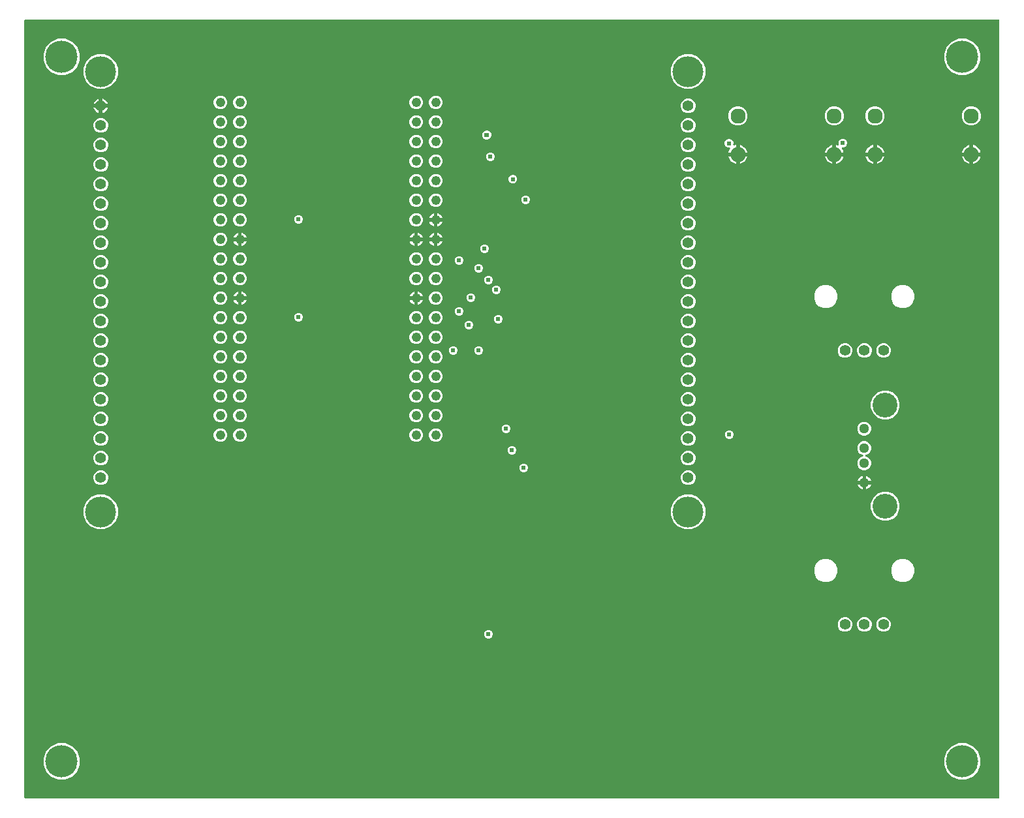
<source format=gbr>
G04 EAGLE Gerber RS-274X export*
G75*
%MOMM*%
%FSLAX34Y34*%
%LPD*%
%INCopper Layer 2*%
%IPPOS*%
%AMOC8*
5,1,8,0,0,1.08239X$1,22.5*%
G01*
%ADD10C,1.288000*%
%ADD11C,3.220000*%
%ADD12C,1.400000*%
%ADD13C,4.016000*%
%ADD14C,4.191000*%
%ADD15C,1.960000*%
%ADD16C,1.244600*%
%ADD17C,0.609600*%
%ADD18C,0.254000*%

G36*
X1266308Y2556D02*
X1266308Y2556D01*
X1266427Y2563D01*
X1266465Y2576D01*
X1266506Y2581D01*
X1266616Y2624D01*
X1266729Y2661D01*
X1266764Y2683D01*
X1266801Y2698D01*
X1266897Y2767D01*
X1266998Y2831D01*
X1267026Y2861D01*
X1267059Y2884D01*
X1267135Y2976D01*
X1267216Y3063D01*
X1267236Y3098D01*
X1267261Y3129D01*
X1267312Y3237D01*
X1267370Y3341D01*
X1267380Y3381D01*
X1267397Y3417D01*
X1267419Y3534D01*
X1267449Y3649D01*
X1267453Y3709D01*
X1267457Y3729D01*
X1267455Y3750D01*
X1267459Y3810D01*
X1267459Y1012190D01*
X1267444Y1012308D01*
X1267437Y1012427D01*
X1267424Y1012465D01*
X1267419Y1012506D01*
X1267376Y1012616D01*
X1267339Y1012729D01*
X1267317Y1012764D01*
X1267302Y1012801D01*
X1267233Y1012897D01*
X1267169Y1012998D01*
X1267139Y1013026D01*
X1267116Y1013059D01*
X1267024Y1013135D01*
X1266937Y1013216D01*
X1266902Y1013236D01*
X1266871Y1013261D01*
X1266763Y1013312D01*
X1266659Y1013370D01*
X1266619Y1013380D01*
X1266583Y1013397D01*
X1266466Y1013419D01*
X1266351Y1013449D01*
X1266291Y1013453D01*
X1266271Y1013457D01*
X1266250Y1013455D01*
X1266190Y1013459D01*
X3810Y1013459D01*
X3692Y1013444D01*
X3573Y1013437D01*
X3535Y1013424D01*
X3494Y1013419D01*
X3384Y1013376D01*
X3271Y1013339D01*
X3236Y1013317D01*
X3199Y1013302D01*
X3103Y1013233D01*
X3002Y1013169D01*
X2974Y1013139D01*
X2941Y1013116D01*
X2865Y1013024D01*
X2784Y1012937D01*
X2764Y1012902D01*
X2739Y1012871D01*
X2688Y1012763D01*
X2630Y1012659D01*
X2620Y1012619D01*
X2603Y1012583D01*
X2581Y1012466D01*
X2551Y1012351D01*
X2547Y1012291D01*
X2543Y1012271D01*
X2545Y1012250D01*
X2541Y1012190D01*
X2541Y3810D01*
X2556Y3692D01*
X2563Y3573D01*
X2576Y3535D01*
X2581Y3494D01*
X2624Y3384D01*
X2661Y3271D01*
X2683Y3236D01*
X2698Y3199D01*
X2767Y3103D01*
X2831Y3002D01*
X2861Y2974D01*
X2884Y2941D01*
X2976Y2865D01*
X3063Y2784D01*
X3098Y2764D01*
X3129Y2739D01*
X3237Y2688D01*
X3341Y2630D01*
X3381Y2620D01*
X3417Y2603D01*
X3534Y2581D01*
X3649Y2551D01*
X3709Y2547D01*
X3729Y2543D01*
X3750Y2545D01*
X3810Y2541D01*
X1266190Y2541D01*
X1266308Y2556D01*
G37*
%LPC*%
G36*
X1214526Y941704D02*
X1214526Y941704D01*
X1205891Y945281D01*
X1199281Y951891D01*
X1195704Y960526D01*
X1195704Y969874D01*
X1199281Y978509D01*
X1205891Y985119D01*
X1214526Y988696D01*
X1223874Y988696D01*
X1232509Y985119D01*
X1239119Y978509D01*
X1242696Y969874D01*
X1242696Y960526D01*
X1239119Y951891D01*
X1232509Y945281D01*
X1223874Y941704D01*
X1214526Y941704D01*
G37*
%LPD*%
%LPC*%
G36*
X46126Y941704D02*
X46126Y941704D01*
X37491Y945281D01*
X30881Y951891D01*
X27304Y960526D01*
X27304Y969874D01*
X30881Y978509D01*
X37491Y985119D01*
X46126Y988696D01*
X55474Y988696D01*
X64109Y985119D01*
X70719Y978509D01*
X74296Y969874D01*
X74296Y960526D01*
X70719Y951891D01*
X64109Y945281D01*
X55474Y941704D01*
X46126Y941704D01*
G37*
%LPD*%
%LPC*%
G36*
X46126Y27304D02*
X46126Y27304D01*
X37491Y30881D01*
X30881Y37491D01*
X27304Y46126D01*
X27304Y55474D01*
X30881Y64109D01*
X37491Y70719D01*
X46126Y74296D01*
X55474Y74296D01*
X64109Y70719D01*
X70719Y64109D01*
X74296Y55474D01*
X74296Y46126D01*
X70719Y37491D01*
X64109Y30881D01*
X55474Y27304D01*
X46126Y27304D01*
G37*
%LPD*%
%LPC*%
G36*
X1214526Y27304D02*
X1214526Y27304D01*
X1205891Y30881D01*
X1199281Y37491D01*
X1195704Y46126D01*
X1195704Y55474D01*
X1199281Y64109D01*
X1205891Y70719D01*
X1214526Y74296D01*
X1223874Y74296D01*
X1232509Y70719D01*
X1239119Y64109D01*
X1242696Y55474D01*
X1242696Y46126D01*
X1239119Y37491D01*
X1232509Y30881D01*
X1223874Y27304D01*
X1214526Y27304D01*
G37*
%LPD*%
%LPC*%
G36*
X859100Y923529D02*
X859100Y923529D01*
X850786Y926973D01*
X844423Y933336D01*
X840979Y941650D01*
X840979Y950650D01*
X844423Y958964D01*
X850786Y965327D01*
X859100Y968771D01*
X868100Y968771D01*
X876414Y965327D01*
X882777Y958964D01*
X886221Y950650D01*
X886221Y941650D01*
X882777Y933336D01*
X876414Y926973D01*
X868100Y923529D01*
X859100Y923529D01*
G37*
%LPD*%
%LPC*%
G36*
X97100Y923529D02*
X97100Y923529D01*
X88786Y926973D01*
X82423Y933336D01*
X78979Y941650D01*
X78979Y950650D01*
X82423Y958964D01*
X88786Y965327D01*
X97100Y968771D01*
X106100Y968771D01*
X114414Y965327D01*
X120777Y958964D01*
X124221Y950650D01*
X124221Y941650D01*
X120777Y933336D01*
X114414Y926973D01*
X106100Y923529D01*
X97100Y923529D01*
G37*
%LPD*%
%LPC*%
G36*
X97100Y352029D02*
X97100Y352029D01*
X88786Y355473D01*
X82423Y361836D01*
X78979Y370150D01*
X78979Y379150D01*
X82423Y387464D01*
X88786Y393827D01*
X97100Y397271D01*
X106100Y397271D01*
X114414Y393827D01*
X120777Y387464D01*
X124221Y379150D01*
X124221Y370150D01*
X120777Y361836D01*
X114414Y355473D01*
X106100Y352029D01*
X97100Y352029D01*
G37*
%LPD*%
%LPC*%
G36*
X859100Y352029D02*
X859100Y352029D01*
X850786Y355473D01*
X844423Y361836D01*
X840979Y370150D01*
X840979Y379150D01*
X844423Y387464D01*
X850786Y393827D01*
X859100Y397271D01*
X868100Y397271D01*
X876414Y393827D01*
X882777Y387464D01*
X886221Y379150D01*
X886221Y370150D01*
X882777Y361836D01*
X876414Y355473D01*
X868100Y352029D01*
X859100Y352029D01*
G37*
%LPD*%
%LPC*%
G36*
X1115592Y494659D02*
X1115592Y494659D01*
X1108741Y497497D01*
X1103497Y502741D01*
X1100659Y509592D01*
X1100659Y517008D01*
X1103497Y523859D01*
X1108741Y529103D01*
X1115592Y531941D01*
X1123008Y531941D01*
X1129859Y529103D01*
X1135103Y523859D01*
X1137941Y517008D01*
X1137941Y509592D01*
X1135103Y502741D01*
X1129859Y497497D01*
X1123008Y494659D01*
X1115592Y494659D01*
G37*
%LPD*%
%LPC*%
G36*
X1115592Y363259D02*
X1115592Y363259D01*
X1108741Y366097D01*
X1103497Y371341D01*
X1100659Y378192D01*
X1100659Y385608D01*
X1103497Y392459D01*
X1108741Y397703D01*
X1115592Y400541D01*
X1123008Y400541D01*
X1129859Y397703D01*
X1135103Y392459D01*
X1137941Y385608D01*
X1137941Y378192D01*
X1135103Y371341D01*
X1129859Y366097D01*
X1123008Y363259D01*
X1115592Y363259D01*
G37*
%LPD*%
%LPC*%
G36*
X1039208Y639159D02*
X1039208Y639159D01*
X1033680Y641449D01*
X1029449Y645680D01*
X1027159Y651208D01*
X1027159Y657192D01*
X1029449Y662720D01*
X1033680Y666951D01*
X1039208Y669241D01*
X1045192Y669241D01*
X1050720Y666951D01*
X1054951Y662720D01*
X1057241Y657192D01*
X1057241Y651208D01*
X1054951Y645680D01*
X1050720Y641449D01*
X1045192Y639159D01*
X1039208Y639159D01*
G37*
%LPD*%
%LPC*%
G36*
X1139208Y639159D02*
X1139208Y639159D01*
X1133680Y641449D01*
X1129449Y645680D01*
X1127159Y651208D01*
X1127159Y657192D01*
X1129449Y662720D01*
X1133680Y666951D01*
X1139208Y669241D01*
X1145192Y669241D01*
X1150720Y666951D01*
X1154951Y662720D01*
X1157241Y657192D01*
X1157241Y651208D01*
X1154951Y645680D01*
X1150720Y641449D01*
X1145192Y639159D01*
X1139208Y639159D01*
G37*
%LPD*%
%LPC*%
G36*
X1039208Y283559D02*
X1039208Y283559D01*
X1033680Y285849D01*
X1029449Y290080D01*
X1027159Y295608D01*
X1027159Y301592D01*
X1029449Y307120D01*
X1033680Y311351D01*
X1039208Y313641D01*
X1045192Y313641D01*
X1050720Y311351D01*
X1054951Y307120D01*
X1057241Y301592D01*
X1057241Y295608D01*
X1054951Y290080D01*
X1050720Y285849D01*
X1045192Y283559D01*
X1039208Y283559D01*
G37*
%LPD*%
%LPC*%
G36*
X1139208Y283559D02*
X1139208Y283559D01*
X1133680Y285849D01*
X1129449Y290080D01*
X1127159Y295608D01*
X1127159Y301592D01*
X1129449Y307120D01*
X1133680Y311351D01*
X1139208Y313641D01*
X1145192Y313641D01*
X1150720Y311351D01*
X1154951Y307120D01*
X1157241Y301592D01*
X1157241Y295608D01*
X1154951Y290080D01*
X1150720Y285849D01*
X1145192Y283559D01*
X1139208Y283559D01*
G37*
%LPD*%
%LPC*%
G36*
X1090414Y428619D02*
X1090414Y428619D01*
X1087113Y429986D01*
X1084586Y432513D01*
X1083219Y435814D01*
X1083219Y439386D01*
X1084586Y442687D01*
X1087113Y445214D01*
X1090043Y446427D01*
X1090164Y446496D01*
X1090287Y446561D01*
X1090302Y446575D01*
X1090320Y446585D01*
X1090420Y446682D01*
X1090522Y446775D01*
X1090533Y446792D01*
X1090548Y446806D01*
X1090621Y446925D01*
X1090697Y447041D01*
X1090704Y447060D01*
X1090714Y447077D01*
X1090755Y447210D01*
X1090800Y447342D01*
X1090802Y447362D01*
X1090808Y447381D01*
X1090815Y447520D01*
X1090826Y447659D01*
X1090822Y447679D01*
X1090823Y447699D01*
X1090795Y447835D01*
X1090771Y447972D01*
X1090763Y447991D01*
X1090759Y448010D01*
X1090697Y448136D01*
X1090641Y448262D01*
X1090628Y448278D01*
X1090619Y448296D01*
X1090529Y448402D01*
X1090442Y448510D01*
X1090426Y448523D01*
X1090413Y448538D01*
X1090299Y448618D01*
X1090188Y448702D01*
X1090163Y448714D01*
X1090153Y448721D01*
X1090133Y448728D01*
X1090043Y448773D01*
X1087113Y449986D01*
X1084586Y452513D01*
X1083219Y455814D01*
X1083219Y459386D01*
X1084586Y462687D01*
X1087113Y465214D01*
X1090414Y466581D01*
X1093986Y466581D01*
X1097287Y465214D01*
X1099814Y462687D01*
X1101181Y459386D01*
X1101181Y455814D01*
X1099814Y452513D01*
X1097287Y449986D01*
X1094357Y448773D01*
X1094236Y448704D01*
X1094113Y448639D01*
X1094098Y448625D01*
X1094080Y448615D01*
X1093980Y448518D01*
X1093878Y448425D01*
X1093866Y448408D01*
X1093852Y448394D01*
X1093779Y448276D01*
X1093703Y448159D01*
X1093696Y448140D01*
X1093686Y448123D01*
X1093645Y447990D01*
X1093600Y447858D01*
X1093598Y447838D01*
X1093592Y447819D01*
X1093585Y447680D01*
X1093574Y447541D01*
X1093578Y447521D01*
X1093577Y447501D01*
X1093605Y447365D01*
X1093629Y447228D01*
X1093637Y447209D01*
X1093641Y447190D01*
X1093702Y447065D01*
X1093759Y446938D01*
X1093772Y446922D01*
X1093781Y446904D01*
X1093871Y446798D01*
X1093958Y446690D01*
X1093974Y446677D01*
X1093987Y446662D01*
X1094101Y446582D01*
X1094212Y446498D01*
X1094237Y446486D01*
X1094247Y446479D01*
X1094267Y446472D01*
X1094357Y446427D01*
X1097287Y445214D01*
X1099814Y442687D01*
X1101181Y439386D01*
X1101181Y435814D01*
X1099814Y432513D01*
X1097287Y429986D01*
X1093986Y428619D01*
X1090414Y428619D01*
G37*
%LPD*%
%LPC*%
G36*
X1228445Y876259D02*
X1228445Y876259D01*
X1223910Y878138D01*
X1220438Y881610D01*
X1218559Y886145D01*
X1218559Y891055D01*
X1220438Y895590D01*
X1223910Y899062D01*
X1228445Y900941D01*
X1233355Y900941D01*
X1237890Y899062D01*
X1241362Y895590D01*
X1243241Y891055D01*
X1243241Y886145D01*
X1241362Y881610D01*
X1237890Y878138D01*
X1233355Y876259D01*
X1228445Y876259D01*
G37*
%LPD*%
%LPC*%
G36*
X1103445Y876259D02*
X1103445Y876259D01*
X1098910Y878138D01*
X1095438Y881610D01*
X1093559Y886145D01*
X1093559Y891055D01*
X1095438Y895590D01*
X1098910Y899062D01*
X1103445Y900941D01*
X1108355Y900941D01*
X1112890Y899062D01*
X1116362Y895590D01*
X1118241Y891055D01*
X1118241Y886145D01*
X1116362Y881610D01*
X1112890Y878138D01*
X1108355Y876259D01*
X1103445Y876259D01*
G37*
%LPD*%
%LPC*%
G36*
X1050645Y876259D02*
X1050645Y876259D01*
X1046110Y878138D01*
X1042638Y881610D01*
X1040759Y886145D01*
X1040759Y891055D01*
X1042638Y895590D01*
X1046110Y899062D01*
X1050645Y900941D01*
X1055555Y900941D01*
X1060090Y899062D01*
X1063562Y895590D01*
X1065441Y891055D01*
X1065441Y886145D01*
X1063562Y881610D01*
X1060090Y878138D01*
X1055555Y876259D01*
X1050645Y876259D01*
G37*
%LPD*%
%LPC*%
G36*
X925645Y876259D02*
X925645Y876259D01*
X921110Y878138D01*
X917638Y881610D01*
X915759Y886145D01*
X915759Y891055D01*
X917638Y895590D01*
X921110Y899062D01*
X925645Y900941D01*
X930555Y900941D01*
X935090Y899062D01*
X938562Y895590D01*
X940441Y891055D01*
X940441Y886145D01*
X938562Y881610D01*
X935090Y878138D01*
X930555Y876259D01*
X925645Y876259D01*
G37*
%LPD*%
%LPC*%
G36*
X861702Y714359D02*
X861702Y714359D01*
X858196Y715812D01*
X855512Y718496D01*
X854059Y722002D01*
X854059Y725798D01*
X855512Y729304D01*
X858196Y731988D01*
X861702Y733441D01*
X865498Y733441D01*
X869004Y731988D01*
X871688Y729304D01*
X873141Y725798D01*
X873141Y722002D01*
X871688Y718496D01*
X869004Y715812D01*
X865498Y714359D01*
X861702Y714359D01*
G37*
%LPD*%
%LPC*%
G36*
X99702Y714359D02*
X99702Y714359D01*
X96196Y715812D01*
X93512Y718496D01*
X92059Y722002D01*
X92059Y725798D01*
X93512Y729304D01*
X96196Y731988D01*
X99702Y733441D01*
X103498Y733441D01*
X107004Y731988D01*
X109688Y729304D01*
X111141Y725798D01*
X111141Y722002D01*
X109688Y718496D01*
X107004Y715812D01*
X103498Y714359D01*
X99702Y714359D01*
G37*
%LPD*%
%LPC*%
G36*
X861702Y688959D02*
X861702Y688959D01*
X858196Y690412D01*
X855512Y693096D01*
X854059Y696602D01*
X854059Y700398D01*
X855512Y703904D01*
X858196Y706588D01*
X861702Y708041D01*
X865498Y708041D01*
X869004Y706588D01*
X871688Y703904D01*
X873141Y700398D01*
X873141Y696602D01*
X871688Y693096D01*
X869004Y690412D01*
X865498Y688959D01*
X861702Y688959D01*
G37*
%LPD*%
%LPC*%
G36*
X99702Y561959D02*
X99702Y561959D01*
X96196Y563412D01*
X93512Y566096D01*
X92059Y569602D01*
X92059Y573398D01*
X93512Y576904D01*
X96196Y579588D01*
X99702Y581041D01*
X103498Y581041D01*
X107004Y579588D01*
X109688Y576904D01*
X111141Y573398D01*
X111141Y569602D01*
X109688Y566096D01*
X107004Y563412D01*
X103498Y561959D01*
X99702Y561959D01*
G37*
%LPD*%
%LPC*%
G36*
X861702Y892159D02*
X861702Y892159D01*
X858196Y893612D01*
X855512Y896296D01*
X854059Y899802D01*
X854059Y903598D01*
X855512Y907104D01*
X858196Y909788D01*
X861702Y911241D01*
X865498Y911241D01*
X869004Y909788D01*
X871688Y907104D01*
X873141Y903598D01*
X873141Y899802D01*
X871688Y896296D01*
X869004Y893612D01*
X865498Y892159D01*
X861702Y892159D01*
G37*
%LPD*%
%LPC*%
G36*
X861702Y815959D02*
X861702Y815959D01*
X858196Y817412D01*
X855512Y820096D01*
X854059Y823602D01*
X854059Y827398D01*
X855512Y830904D01*
X858196Y833588D01*
X861702Y835041D01*
X865498Y835041D01*
X869004Y833588D01*
X871688Y830904D01*
X873141Y827398D01*
X873141Y823602D01*
X871688Y820096D01*
X869004Y817412D01*
X865498Y815959D01*
X861702Y815959D01*
G37*
%LPD*%
%LPC*%
G36*
X99702Y815959D02*
X99702Y815959D01*
X96196Y817412D01*
X93512Y820096D01*
X92059Y823602D01*
X92059Y827398D01*
X93512Y830904D01*
X96196Y833588D01*
X99702Y835041D01*
X103498Y835041D01*
X107004Y833588D01*
X109688Y830904D01*
X111141Y827398D01*
X111141Y823602D01*
X109688Y820096D01*
X107004Y817412D01*
X103498Y815959D01*
X99702Y815959D01*
G37*
%LPD*%
%LPC*%
G36*
X861702Y663559D02*
X861702Y663559D01*
X858196Y665012D01*
X855512Y667696D01*
X854059Y671202D01*
X854059Y674998D01*
X855512Y678504D01*
X858196Y681188D01*
X861702Y682641D01*
X865498Y682641D01*
X869004Y681188D01*
X871688Y678504D01*
X873141Y674998D01*
X873141Y671202D01*
X871688Y667696D01*
X869004Y665012D01*
X865498Y663559D01*
X861702Y663559D01*
G37*
%LPD*%
%LPC*%
G36*
X99702Y663559D02*
X99702Y663559D01*
X96196Y665012D01*
X93512Y667696D01*
X92059Y671202D01*
X92059Y674998D01*
X93512Y678504D01*
X96196Y681188D01*
X99702Y682641D01*
X103498Y682641D01*
X107004Y681188D01*
X109688Y678504D01*
X111141Y674998D01*
X111141Y671202D01*
X109688Y667696D01*
X107004Y665012D01*
X103498Y663559D01*
X99702Y663559D01*
G37*
%LPD*%
%LPC*%
G36*
X861702Y638159D02*
X861702Y638159D01*
X858196Y639612D01*
X855512Y642296D01*
X854059Y645802D01*
X854059Y649598D01*
X855512Y653104D01*
X858196Y655788D01*
X861702Y657241D01*
X865498Y657241D01*
X869004Y655788D01*
X871688Y653104D01*
X873141Y649598D01*
X873141Y645802D01*
X871688Y642296D01*
X869004Y639612D01*
X865498Y638159D01*
X861702Y638159D01*
G37*
%LPD*%
%LPC*%
G36*
X99702Y638159D02*
X99702Y638159D01*
X96196Y639612D01*
X93512Y642296D01*
X92059Y645802D01*
X92059Y649598D01*
X93512Y653104D01*
X96196Y655788D01*
X99702Y657241D01*
X103498Y657241D01*
X107004Y655788D01*
X109688Y653104D01*
X111141Y649598D01*
X111141Y645802D01*
X109688Y642296D01*
X107004Y639612D01*
X103498Y638159D01*
X99702Y638159D01*
G37*
%LPD*%
%LPC*%
G36*
X861702Y612759D02*
X861702Y612759D01*
X858196Y614212D01*
X855512Y616896D01*
X854059Y620402D01*
X854059Y624198D01*
X855512Y627704D01*
X858196Y630388D01*
X861702Y631841D01*
X865498Y631841D01*
X869004Y630388D01*
X871688Y627704D01*
X873141Y624198D01*
X873141Y620402D01*
X871688Y616896D01*
X869004Y614212D01*
X865498Y612759D01*
X861702Y612759D01*
G37*
%LPD*%
%LPC*%
G36*
X861702Y790559D02*
X861702Y790559D01*
X858196Y792012D01*
X855512Y794696D01*
X854059Y798202D01*
X854059Y801998D01*
X855512Y805504D01*
X858196Y808188D01*
X861702Y809641D01*
X865498Y809641D01*
X869004Y808188D01*
X871688Y805504D01*
X873141Y801998D01*
X873141Y798202D01*
X871688Y794696D01*
X869004Y792012D01*
X865498Y790559D01*
X861702Y790559D01*
G37*
%LPD*%
%LPC*%
G36*
X861702Y866759D02*
X861702Y866759D01*
X858196Y868212D01*
X855512Y870896D01*
X854059Y874402D01*
X854059Y878198D01*
X855512Y881704D01*
X858196Y884388D01*
X861702Y885841D01*
X865498Y885841D01*
X869004Y884388D01*
X871688Y881704D01*
X873141Y878198D01*
X873141Y874402D01*
X871688Y870896D01*
X869004Y868212D01*
X865498Y866759D01*
X861702Y866759D01*
G37*
%LPD*%
%LPC*%
G36*
X99702Y866759D02*
X99702Y866759D01*
X96196Y868212D01*
X93512Y870896D01*
X92059Y874402D01*
X92059Y878198D01*
X93512Y881704D01*
X96196Y884388D01*
X99702Y885841D01*
X103498Y885841D01*
X107004Y884388D01*
X109688Y881704D01*
X111141Y878198D01*
X111141Y874402D01*
X109688Y870896D01*
X107004Y868212D01*
X103498Y866759D01*
X99702Y866759D01*
G37*
%LPD*%
%LPC*%
G36*
X99702Y790559D02*
X99702Y790559D01*
X96196Y792012D01*
X93512Y794696D01*
X92059Y798202D01*
X92059Y801998D01*
X93512Y805504D01*
X96196Y808188D01*
X99702Y809641D01*
X103498Y809641D01*
X107004Y808188D01*
X109688Y805504D01*
X111141Y801998D01*
X111141Y798202D01*
X109688Y794696D01*
X107004Y792012D01*
X103498Y790559D01*
X99702Y790559D01*
G37*
%LPD*%
%LPC*%
G36*
X99702Y688959D02*
X99702Y688959D01*
X96196Y690412D01*
X93512Y693096D01*
X92059Y696602D01*
X92059Y700398D01*
X93512Y703904D01*
X96196Y706588D01*
X99702Y708041D01*
X103498Y708041D01*
X107004Y706588D01*
X109688Y703904D01*
X111141Y700398D01*
X111141Y696602D01*
X109688Y693096D01*
X107004Y690412D01*
X103498Y688959D01*
X99702Y688959D01*
G37*
%LPD*%
%LPC*%
G36*
X99702Y612759D02*
X99702Y612759D01*
X96196Y614212D01*
X93512Y616896D01*
X92059Y620402D01*
X92059Y624198D01*
X93512Y627704D01*
X96196Y630388D01*
X99702Y631841D01*
X103498Y631841D01*
X107004Y630388D01*
X109688Y627704D01*
X111141Y624198D01*
X111141Y620402D01*
X109688Y616896D01*
X107004Y614212D01*
X103498Y612759D01*
X99702Y612759D01*
G37*
%LPD*%
%LPC*%
G36*
X861702Y587359D02*
X861702Y587359D01*
X858196Y588812D01*
X855512Y591496D01*
X854059Y595002D01*
X854059Y598798D01*
X855512Y602304D01*
X858196Y604988D01*
X861702Y606441D01*
X865498Y606441D01*
X869004Y604988D01*
X871688Y602304D01*
X873141Y598798D01*
X873141Y595002D01*
X871688Y591496D01*
X869004Y588812D01*
X865498Y587359D01*
X861702Y587359D01*
G37*
%LPD*%
%LPC*%
G36*
X99702Y587359D02*
X99702Y587359D01*
X96196Y588812D01*
X93512Y591496D01*
X92059Y595002D01*
X92059Y598798D01*
X93512Y602304D01*
X96196Y604988D01*
X99702Y606441D01*
X103498Y606441D01*
X107004Y604988D01*
X109688Y602304D01*
X111141Y598798D01*
X111141Y595002D01*
X109688Y591496D01*
X107004Y588812D01*
X103498Y587359D01*
X99702Y587359D01*
G37*
%LPD*%
%LPC*%
G36*
X861702Y841359D02*
X861702Y841359D01*
X858196Y842812D01*
X855512Y845496D01*
X854059Y849002D01*
X854059Y852798D01*
X855512Y856304D01*
X858196Y858988D01*
X861702Y860441D01*
X865498Y860441D01*
X869004Y858988D01*
X871688Y856304D01*
X873141Y852798D01*
X873141Y849002D01*
X871688Y845496D01*
X869004Y842812D01*
X865498Y841359D01*
X861702Y841359D01*
G37*
%LPD*%
%LPC*%
G36*
X99702Y841359D02*
X99702Y841359D01*
X96196Y842812D01*
X93512Y845496D01*
X92059Y849002D01*
X92059Y852798D01*
X93512Y856304D01*
X96196Y858988D01*
X99702Y860441D01*
X103498Y860441D01*
X107004Y858988D01*
X109688Y856304D01*
X111141Y852798D01*
X111141Y849002D01*
X109688Y845496D01*
X107004Y842812D01*
X103498Y841359D01*
X99702Y841359D01*
G37*
%LPD*%
%LPC*%
G36*
X1115302Y574659D02*
X1115302Y574659D01*
X1111796Y576112D01*
X1109112Y578796D01*
X1107659Y582302D01*
X1107659Y586098D01*
X1109112Y589604D01*
X1111796Y592288D01*
X1115302Y593741D01*
X1119098Y593741D01*
X1122604Y592288D01*
X1125288Y589604D01*
X1126741Y586098D01*
X1126741Y582302D01*
X1125288Y578796D01*
X1122604Y576112D01*
X1119098Y574659D01*
X1115302Y574659D01*
G37*
%LPD*%
%LPC*%
G36*
X1090302Y574659D02*
X1090302Y574659D01*
X1086796Y576112D01*
X1084112Y578796D01*
X1082659Y582302D01*
X1082659Y586098D01*
X1084112Y589604D01*
X1086796Y592288D01*
X1090302Y593741D01*
X1094098Y593741D01*
X1097604Y592288D01*
X1100288Y589604D01*
X1101741Y586098D01*
X1101741Y582302D01*
X1100288Y578796D01*
X1097604Y576112D01*
X1094098Y574659D01*
X1090302Y574659D01*
G37*
%LPD*%
%LPC*%
G36*
X861702Y765159D02*
X861702Y765159D01*
X858196Y766612D01*
X855512Y769296D01*
X854059Y772802D01*
X854059Y776598D01*
X855512Y780104D01*
X858196Y782788D01*
X861702Y784241D01*
X865498Y784241D01*
X869004Y782788D01*
X871688Y780104D01*
X873141Y776598D01*
X873141Y772802D01*
X871688Y769296D01*
X869004Y766612D01*
X865498Y765159D01*
X861702Y765159D01*
G37*
%LPD*%
%LPC*%
G36*
X99702Y765159D02*
X99702Y765159D01*
X96196Y766612D01*
X93512Y769296D01*
X92059Y772802D01*
X92059Y776598D01*
X93512Y780104D01*
X96196Y782788D01*
X99702Y784241D01*
X103498Y784241D01*
X107004Y782788D01*
X109688Y780104D01*
X111141Y776598D01*
X111141Y772802D01*
X109688Y769296D01*
X107004Y766612D01*
X103498Y765159D01*
X99702Y765159D01*
G37*
%LPD*%
%LPC*%
G36*
X1065302Y574659D02*
X1065302Y574659D01*
X1061796Y576112D01*
X1059112Y578796D01*
X1057659Y582302D01*
X1057659Y586098D01*
X1059112Y589604D01*
X1061796Y592288D01*
X1065302Y593741D01*
X1069098Y593741D01*
X1072604Y592288D01*
X1075288Y589604D01*
X1076741Y586098D01*
X1076741Y582302D01*
X1075288Y578796D01*
X1072604Y576112D01*
X1069098Y574659D01*
X1065302Y574659D01*
G37*
%LPD*%
%LPC*%
G36*
X861702Y561959D02*
X861702Y561959D01*
X858196Y563412D01*
X855512Y566096D01*
X854059Y569602D01*
X854059Y573398D01*
X855512Y576904D01*
X858196Y579588D01*
X861702Y581041D01*
X865498Y581041D01*
X869004Y579588D01*
X871688Y576904D01*
X873141Y573398D01*
X873141Y569602D01*
X871688Y566096D01*
X869004Y563412D01*
X865498Y561959D01*
X861702Y561959D01*
G37*
%LPD*%
%LPC*%
G36*
X861702Y536559D02*
X861702Y536559D01*
X858196Y538012D01*
X855512Y540696D01*
X854059Y544202D01*
X854059Y547998D01*
X855512Y551504D01*
X858196Y554188D01*
X861702Y555641D01*
X865498Y555641D01*
X869004Y554188D01*
X871688Y551504D01*
X873141Y547998D01*
X873141Y544202D01*
X871688Y540696D01*
X869004Y538012D01*
X865498Y536559D01*
X861702Y536559D01*
G37*
%LPD*%
%LPC*%
G36*
X99702Y536559D02*
X99702Y536559D01*
X96196Y538012D01*
X93512Y540696D01*
X92059Y544202D01*
X92059Y547998D01*
X93512Y551504D01*
X96196Y554188D01*
X99702Y555641D01*
X103498Y555641D01*
X107004Y554188D01*
X109688Y551504D01*
X111141Y547998D01*
X111141Y544202D01*
X109688Y540696D01*
X107004Y538012D01*
X103498Y536559D01*
X99702Y536559D01*
G37*
%LPD*%
%LPC*%
G36*
X861702Y511159D02*
X861702Y511159D01*
X858196Y512612D01*
X855512Y515296D01*
X854059Y518802D01*
X854059Y522598D01*
X855512Y526104D01*
X858196Y528788D01*
X861702Y530241D01*
X865498Y530241D01*
X869004Y528788D01*
X871688Y526104D01*
X873141Y522598D01*
X873141Y518802D01*
X871688Y515296D01*
X869004Y512612D01*
X865498Y511159D01*
X861702Y511159D01*
G37*
%LPD*%
%LPC*%
G36*
X99702Y511159D02*
X99702Y511159D01*
X96196Y512612D01*
X93512Y515296D01*
X92059Y518802D01*
X92059Y522598D01*
X93512Y526104D01*
X96196Y528788D01*
X99702Y530241D01*
X103498Y530241D01*
X107004Y528788D01*
X109688Y526104D01*
X111141Y522598D01*
X111141Y518802D01*
X109688Y515296D01*
X107004Y512612D01*
X103498Y511159D01*
X99702Y511159D01*
G37*
%LPD*%
%LPC*%
G36*
X861702Y739759D02*
X861702Y739759D01*
X858196Y741212D01*
X855512Y743896D01*
X854059Y747402D01*
X854059Y751198D01*
X855512Y754704D01*
X858196Y757388D01*
X861702Y758841D01*
X865498Y758841D01*
X869004Y757388D01*
X871688Y754704D01*
X873141Y751198D01*
X873141Y747402D01*
X871688Y743896D01*
X869004Y741212D01*
X865498Y739759D01*
X861702Y739759D01*
G37*
%LPD*%
%LPC*%
G36*
X99702Y739759D02*
X99702Y739759D01*
X96196Y741212D01*
X93512Y743896D01*
X92059Y747402D01*
X92059Y751198D01*
X93512Y754704D01*
X96196Y757388D01*
X99702Y758841D01*
X103498Y758841D01*
X107004Y757388D01*
X109688Y754704D01*
X111141Y751198D01*
X111141Y747402D01*
X109688Y743896D01*
X107004Y741212D01*
X103498Y739759D01*
X99702Y739759D01*
G37*
%LPD*%
%LPC*%
G36*
X861702Y460359D02*
X861702Y460359D01*
X858196Y461812D01*
X855512Y464496D01*
X854059Y468002D01*
X854059Y471798D01*
X855512Y475304D01*
X858196Y477988D01*
X861702Y479441D01*
X865498Y479441D01*
X869004Y477988D01*
X871688Y475304D01*
X873141Y471798D01*
X873141Y468002D01*
X871688Y464496D01*
X869004Y461812D01*
X865498Y460359D01*
X861702Y460359D01*
G37*
%LPD*%
%LPC*%
G36*
X99702Y460359D02*
X99702Y460359D01*
X96196Y461812D01*
X93512Y464496D01*
X92059Y468002D01*
X92059Y471798D01*
X93512Y475304D01*
X96196Y477988D01*
X99702Y479441D01*
X103498Y479441D01*
X107004Y477988D01*
X109688Y475304D01*
X111141Y471798D01*
X111141Y468002D01*
X109688Y464496D01*
X107004Y461812D01*
X103498Y460359D01*
X99702Y460359D01*
G37*
%LPD*%
%LPC*%
G36*
X861702Y434959D02*
X861702Y434959D01*
X858196Y436412D01*
X855512Y439096D01*
X854059Y442602D01*
X854059Y446398D01*
X855512Y449904D01*
X858196Y452588D01*
X861702Y454041D01*
X865498Y454041D01*
X869004Y452588D01*
X871688Y449904D01*
X873141Y446398D01*
X873141Y442602D01*
X871688Y439096D01*
X869004Y436412D01*
X865498Y434959D01*
X861702Y434959D01*
G37*
%LPD*%
%LPC*%
G36*
X99702Y434959D02*
X99702Y434959D01*
X96196Y436412D01*
X93512Y439096D01*
X92059Y442602D01*
X92059Y446398D01*
X93512Y449904D01*
X96196Y452588D01*
X99702Y454041D01*
X103498Y454041D01*
X107004Y452588D01*
X109688Y449904D01*
X111141Y446398D01*
X111141Y442602D01*
X109688Y439096D01*
X107004Y436412D01*
X103498Y434959D01*
X99702Y434959D01*
G37*
%LPD*%
%LPC*%
G36*
X861702Y409559D02*
X861702Y409559D01*
X858196Y411012D01*
X855512Y413696D01*
X854059Y417202D01*
X854059Y420998D01*
X855512Y424504D01*
X858196Y427188D01*
X861702Y428641D01*
X865498Y428641D01*
X869004Y427188D01*
X871688Y424504D01*
X873141Y420998D01*
X873141Y417202D01*
X871688Y413696D01*
X869004Y411012D01*
X865498Y409559D01*
X861702Y409559D01*
G37*
%LPD*%
%LPC*%
G36*
X99702Y409559D02*
X99702Y409559D01*
X96196Y411012D01*
X93512Y413696D01*
X92059Y417202D01*
X92059Y420998D01*
X93512Y424504D01*
X96196Y427188D01*
X99702Y428641D01*
X103498Y428641D01*
X107004Y427188D01*
X109688Y424504D01*
X111141Y420998D01*
X111141Y417202D01*
X109688Y413696D01*
X107004Y411012D01*
X103498Y409559D01*
X99702Y409559D01*
G37*
%LPD*%
%LPC*%
G36*
X1115302Y219059D02*
X1115302Y219059D01*
X1111796Y220512D01*
X1109112Y223196D01*
X1107659Y226702D01*
X1107659Y230498D01*
X1109112Y234004D01*
X1111796Y236688D01*
X1115302Y238141D01*
X1119098Y238141D01*
X1122604Y236688D01*
X1125288Y234004D01*
X1126741Y230498D01*
X1126741Y226702D01*
X1125288Y223196D01*
X1122604Y220512D01*
X1119098Y219059D01*
X1115302Y219059D01*
G37*
%LPD*%
%LPC*%
G36*
X1090302Y219059D02*
X1090302Y219059D01*
X1086796Y220512D01*
X1084112Y223196D01*
X1082659Y226702D01*
X1082659Y230498D01*
X1084112Y234004D01*
X1086796Y236688D01*
X1090302Y238141D01*
X1094098Y238141D01*
X1097604Y236688D01*
X1100288Y234004D01*
X1101741Y230498D01*
X1101741Y226702D01*
X1100288Y223196D01*
X1097604Y220512D01*
X1094098Y219059D01*
X1090302Y219059D01*
G37*
%LPD*%
%LPC*%
G36*
X1065302Y219059D02*
X1065302Y219059D01*
X1061796Y220512D01*
X1059112Y223196D01*
X1057659Y226702D01*
X1057659Y230498D01*
X1059112Y234004D01*
X1061796Y236688D01*
X1065302Y238141D01*
X1069098Y238141D01*
X1072604Y236688D01*
X1075288Y234004D01*
X1076741Y230498D01*
X1076741Y226702D01*
X1075288Y223196D01*
X1072604Y220512D01*
X1069098Y219059D01*
X1065302Y219059D01*
G37*
%LPD*%
%LPC*%
G36*
X99702Y485759D02*
X99702Y485759D01*
X96196Y487212D01*
X93512Y489896D01*
X92059Y493402D01*
X92059Y497198D01*
X93512Y500704D01*
X96196Y503388D01*
X99702Y504841D01*
X103498Y504841D01*
X107004Y503388D01*
X109688Y500704D01*
X111141Y497198D01*
X111141Y493402D01*
X109688Y489896D01*
X107004Y487212D01*
X103498Y485759D01*
X99702Y485759D01*
G37*
%LPD*%
%LPC*%
G36*
X861702Y485759D02*
X861702Y485759D01*
X858196Y487212D01*
X855512Y489896D01*
X854059Y493402D01*
X854059Y497198D01*
X855512Y500704D01*
X858196Y503388D01*
X861702Y504841D01*
X865498Y504841D01*
X869004Y503388D01*
X871688Y500704D01*
X873141Y497198D01*
X873141Y493402D01*
X871688Y489896D01*
X869004Y487212D01*
X865498Y485759D01*
X861702Y485759D01*
G37*
%LPD*%
%LPC*%
G36*
X1090414Y473619D02*
X1090414Y473619D01*
X1087113Y474986D01*
X1084586Y477513D01*
X1083219Y480814D01*
X1083219Y484386D01*
X1084586Y487687D01*
X1087113Y490214D01*
X1090414Y491581D01*
X1093986Y491581D01*
X1097287Y490214D01*
X1099814Y487687D01*
X1101181Y484386D01*
X1101181Y480814D01*
X1099814Y477513D01*
X1097287Y474986D01*
X1093986Y473619D01*
X1090414Y473619D01*
G37*
%LPD*%
%LPC*%
G36*
X534457Y897336D02*
X534457Y897336D01*
X531236Y898670D01*
X528770Y901136D01*
X527436Y904357D01*
X527436Y907843D01*
X528770Y911064D01*
X531236Y913530D01*
X534457Y914864D01*
X537943Y914864D01*
X541164Y913530D01*
X543630Y911064D01*
X544964Y907843D01*
X544964Y904357D01*
X543630Y901136D01*
X541164Y898670D01*
X537943Y897336D01*
X534457Y897336D01*
G37*
%LPD*%
%LPC*%
G36*
X509057Y897336D02*
X509057Y897336D01*
X505836Y898670D01*
X503370Y901136D01*
X502036Y904357D01*
X502036Y907843D01*
X503370Y911064D01*
X505836Y913530D01*
X509057Y914864D01*
X512543Y914864D01*
X515764Y913530D01*
X518230Y911064D01*
X519564Y907843D01*
X519564Y904357D01*
X518230Y901136D01*
X515764Y898670D01*
X512543Y897336D01*
X509057Y897336D01*
G37*
%LPD*%
%LPC*%
G36*
X280457Y897336D02*
X280457Y897336D01*
X277236Y898670D01*
X274770Y901136D01*
X273436Y904357D01*
X273436Y907843D01*
X274770Y911064D01*
X277236Y913530D01*
X280457Y914864D01*
X283943Y914864D01*
X287164Y913530D01*
X289630Y911064D01*
X290964Y907843D01*
X290964Y904357D01*
X289630Y901136D01*
X287164Y898670D01*
X283943Y897336D01*
X280457Y897336D01*
G37*
%LPD*%
%LPC*%
G36*
X255057Y897336D02*
X255057Y897336D01*
X251836Y898670D01*
X249370Y901136D01*
X248036Y904357D01*
X248036Y907843D01*
X249370Y911064D01*
X251836Y913530D01*
X255057Y914864D01*
X258543Y914864D01*
X261764Y913530D01*
X264230Y911064D01*
X265564Y907843D01*
X265564Y904357D01*
X264230Y901136D01*
X261764Y898670D01*
X258543Y897336D01*
X255057Y897336D01*
G37*
%LPD*%
%LPC*%
G36*
X255057Y617936D02*
X255057Y617936D01*
X251836Y619270D01*
X249370Y621736D01*
X248036Y624957D01*
X248036Y628443D01*
X249370Y631664D01*
X251836Y634130D01*
X255057Y635464D01*
X258543Y635464D01*
X261764Y634130D01*
X264230Y631664D01*
X265564Y628443D01*
X265564Y624957D01*
X264230Y621736D01*
X261764Y619270D01*
X258543Y617936D01*
X255057Y617936D01*
G37*
%LPD*%
%LPC*%
G36*
X509057Y668736D02*
X509057Y668736D01*
X505836Y670070D01*
X503370Y672536D01*
X502036Y675757D01*
X502036Y679243D01*
X503370Y682464D01*
X505836Y684930D01*
X509057Y686264D01*
X512543Y686264D01*
X515764Y684930D01*
X518230Y682464D01*
X519564Y679243D01*
X519564Y675757D01*
X518230Y672536D01*
X515764Y670070D01*
X512543Y668736D01*
X509057Y668736D01*
G37*
%LPD*%
%LPC*%
G36*
X534457Y668736D02*
X534457Y668736D01*
X531236Y670070D01*
X528770Y672536D01*
X527436Y675757D01*
X527436Y679243D01*
X528770Y682464D01*
X531236Y684930D01*
X534457Y686264D01*
X537943Y686264D01*
X541164Y684930D01*
X543630Y682464D01*
X544964Y679243D01*
X544964Y675757D01*
X543630Y672536D01*
X541164Y670070D01*
X537943Y668736D01*
X534457Y668736D01*
G37*
%LPD*%
%LPC*%
G36*
X534457Y846536D02*
X534457Y846536D01*
X531236Y847870D01*
X528770Y850336D01*
X527436Y853557D01*
X527436Y857043D01*
X528770Y860264D01*
X531236Y862730D01*
X534457Y864064D01*
X537943Y864064D01*
X541164Y862730D01*
X543630Y860264D01*
X544964Y857043D01*
X544964Y853557D01*
X543630Y850336D01*
X541164Y847870D01*
X537943Y846536D01*
X534457Y846536D01*
G37*
%LPD*%
%LPC*%
G36*
X280457Y871936D02*
X280457Y871936D01*
X277236Y873270D01*
X274770Y875736D01*
X273436Y878957D01*
X273436Y882443D01*
X274770Y885664D01*
X277236Y888130D01*
X280457Y889464D01*
X283943Y889464D01*
X287164Y888130D01*
X289630Y885664D01*
X290964Y882443D01*
X290964Y878957D01*
X289630Y875736D01*
X287164Y873270D01*
X283943Y871936D01*
X280457Y871936D01*
G37*
%LPD*%
%LPC*%
G36*
X255057Y871936D02*
X255057Y871936D01*
X251836Y873270D01*
X249370Y875736D01*
X248036Y878957D01*
X248036Y882443D01*
X249370Y885664D01*
X251836Y888130D01*
X255057Y889464D01*
X258543Y889464D01*
X261764Y888130D01*
X264230Y885664D01*
X265564Y882443D01*
X265564Y878957D01*
X264230Y875736D01*
X261764Y873270D01*
X258543Y871936D01*
X255057Y871936D01*
G37*
%LPD*%
%LPC*%
G36*
X534457Y871936D02*
X534457Y871936D01*
X531236Y873270D01*
X528770Y875736D01*
X527436Y878957D01*
X527436Y882443D01*
X528770Y885664D01*
X531236Y888130D01*
X534457Y889464D01*
X537943Y889464D01*
X541164Y888130D01*
X543630Y885664D01*
X544964Y882443D01*
X544964Y878957D01*
X543630Y875736D01*
X541164Y873270D01*
X537943Y871936D01*
X534457Y871936D01*
G37*
%LPD*%
%LPC*%
G36*
X509057Y871936D02*
X509057Y871936D01*
X505836Y873270D01*
X503370Y875736D01*
X502036Y878957D01*
X502036Y882443D01*
X503370Y885664D01*
X505836Y888130D01*
X509057Y889464D01*
X512543Y889464D01*
X515764Y888130D01*
X518230Y885664D01*
X519564Y882443D01*
X519564Y878957D01*
X518230Y875736D01*
X515764Y873270D01*
X512543Y871936D01*
X509057Y871936D01*
G37*
%LPD*%
%LPC*%
G36*
X534457Y465536D02*
X534457Y465536D01*
X531236Y466870D01*
X528770Y469336D01*
X527436Y472557D01*
X527436Y476043D01*
X528770Y479264D01*
X531236Y481730D01*
X534457Y483064D01*
X537943Y483064D01*
X541164Y481730D01*
X543630Y479264D01*
X544964Y476043D01*
X544964Y472557D01*
X543630Y469336D01*
X541164Y466870D01*
X537943Y465536D01*
X534457Y465536D01*
G37*
%LPD*%
%LPC*%
G36*
X509057Y846536D02*
X509057Y846536D01*
X505836Y847870D01*
X503370Y850336D01*
X502036Y853557D01*
X502036Y857043D01*
X503370Y860264D01*
X505836Y862730D01*
X509057Y864064D01*
X512543Y864064D01*
X515764Y862730D01*
X518230Y860264D01*
X519564Y857043D01*
X519564Y853557D01*
X518230Y850336D01*
X515764Y847870D01*
X512543Y846536D01*
X509057Y846536D01*
G37*
%LPD*%
%LPC*%
G36*
X280457Y846536D02*
X280457Y846536D01*
X277236Y847870D01*
X274770Y850336D01*
X273436Y853557D01*
X273436Y857043D01*
X274770Y860264D01*
X277236Y862730D01*
X280457Y864064D01*
X283943Y864064D01*
X287164Y862730D01*
X289630Y860264D01*
X290964Y857043D01*
X290964Y853557D01*
X289630Y850336D01*
X287164Y847870D01*
X283943Y846536D01*
X280457Y846536D01*
G37*
%LPD*%
%LPC*%
G36*
X255057Y846536D02*
X255057Y846536D01*
X251836Y847870D01*
X249370Y850336D01*
X248036Y853557D01*
X248036Y857043D01*
X249370Y860264D01*
X251836Y862730D01*
X255057Y864064D01*
X258543Y864064D01*
X261764Y862730D01*
X264230Y860264D01*
X265564Y857043D01*
X265564Y853557D01*
X264230Y850336D01*
X261764Y847870D01*
X258543Y846536D01*
X255057Y846536D01*
G37*
%LPD*%
%LPC*%
G36*
X280457Y617936D02*
X280457Y617936D01*
X277236Y619270D01*
X274770Y621736D01*
X273436Y624957D01*
X273436Y628443D01*
X274770Y631664D01*
X277236Y634130D01*
X280457Y635464D01*
X283943Y635464D01*
X287164Y634130D01*
X289630Y631664D01*
X290964Y628443D01*
X290964Y624957D01*
X289630Y621736D01*
X287164Y619270D01*
X283943Y617936D01*
X280457Y617936D01*
G37*
%LPD*%
%LPC*%
G36*
X509057Y465536D02*
X509057Y465536D01*
X505836Y466870D01*
X503370Y469336D01*
X502036Y472557D01*
X502036Y476043D01*
X503370Y479264D01*
X505836Y481730D01*
X509057Y483064D01*
X512543Y483064D01*
X515764Y481730D01*
X518230Y479264D01*
X519564Y476043D01*
X519564Y472557D01*
X518230Y469336D01*
X515764Y466870D01*
X512543Y465536D01*
X509057Y465536D01*
G37*
%LPD*%
%LPC*%
G36*
X255057Y465536D02*
X255057Y465536D01*
X251836Y466870D01*
X249370Y469336D01*
X248036Y472557D01*
X248036Y476043D01*
X249370Y479264D01*
X251836Y481730D01*
X255057Y483064D01*
X258543Y483064D01*
X261764Y481730D01*
X264230Y479264D01*
X265564Y476043D01*
X265564Y472557D01*
X264230Y469336D01*
X261764Y466870D01*
X258543Y465536D01*
X255057Y465536D01*
G37*
%LPD*%
%LPC*%
G36*
X280457Y465536D02*
X280457Y465536D01*
X277236Y466870D01*
X274770Y469336D01*
X273436Y472557D01*
X273436Y476043D01*
X274770Y479264D01*
X277236Y481730D01*
X280457Y483064D01*
X283943Y483064D01*
X287164Y481730D01*
X289630Y479264D01*
X290964Y476043D01*
X290964Y472557D01*
X289630Y469336D01*
X287164Y466870D01*
X283943Y465536D01*
X280457Y465536D01*
G37*
%LPD*%
%LPC*%
G36*
X255057Y490936D02*
X255057Y490936D01*
X251836Y492270D01*
X249370Y494736D01*
X248036Y497957D01*
X248036Y501443D01*
X249370Y504664D01*
X251836Y507130D01*
X255057Y508464D01*
X258543Y508464D01*
X261764Y507130D01*
X264230Y504664D01*
X265564Y501443D01*
X265564Y497957D01*
X264230Y494736D01*
X261764Y492270D01*
X258543Y490936D01*
X255057Y490936D01*
G37*
%LPD*%
%LPC*%
G36*
X280457Y490936D02*
X280457Y490936D01*
X277236Y492270D01*
X274770Y494736D01*
X273436Y497957D01*
X273436Y501443D01*
X274770Y504664D01*
X277236Y507130D01*
X280457Y508464D01*
X283943Y508464D01*
X287164Y507130D01*
X289630Y504664D01*
X290964Y501443D01*
X290964Y497957D01*
X289630Y494736D01*
X287164Y492270D01*
X283943Y490936D01*
X280457Y490936D01*
G37*
%LPD*%
%LPC*%
G36*
X280457Y821136D02*
X280457Y821136D01*
X277236Y822470D01*
X274770Y824936D01*
X273436Y828157D01*
X273436Y831643D01*
X274770Y834864D01*
X277236Y837330D01*
X280457Y838664D01*
X283943Y838664D01*
X287164Y837330D01*
X289630Y834864D01*
X290964Y831643D01*
X290964Y828157D01*
X289630Y824936D01*
X287164Y822470D01*
X283943Y821136D01*
X280457Y821136D01*
G37*
%LPD*%
%LPC*%
G36*
X255057Y821136D02*
X255057Y821136D01*
X251836Y822470D01*
X249370Y824936D01*
X248036Y828157D01*
X248036Y831643D01*
X249370Y834864D01*
X251836Y837330D01*
X255057Y838664D01*
X258543Y838664D01*
X261764Y837330D01*
X264230Y834864D01*
X265564Y831643D01*
X265564Y828157D01*
X264230Y824936D01*
X261764Y822470D01*
X258543Y821136D01*
X255057Y821136D01*
G37*
%LPD*%
%LPC*%
G36*
X534457Y821136D02*
X534457Y821136D01*
X531236Y822470D01*
X528770Y824936D01*
X527436Y828157D01*
X527436Y831643D01*
X528770Y834864D01*
X531236Y837330D01*
X534457Y838664D01*
X537943Y838664D01*
X541164Y837330D01*
X543630Y834864D01*
X544964Y831643D01*
X544964Y828157D01*
X543630Y824936D01*
X541164Y822470D01*
X537943Y821136D01*
X534457Y821136D01*
G37*
%LPD*%
%LPC*%
G36*
X509057Y821136D02*
X509057Y821136D01*
X505836Y822470D01*
X503370Y824936D01*
X502036Y828157D01*
X502036Y831643D01*
X503370Y834864D01*
X505836Y837330D01*
X509057Y838664D01*
X512543Y838664D01*
X515764Y837330D01*
X518230Y834864D01*
X519564Y831643D01*
X519564Y828157D01*
X518230Y824936D01*
X515764Y822470D01*
X512543Y821136D01*
X509057Y821136D01*
G37*
%LPD*%
%LPC*%
G36*
X509057Y490936D02*
X509057Y490936D01*
X505836Y492270D01*
X503370Y494736D01*
X502036Y497957D01*
X502036Y501443D01*
X503370Y504664D01*
X505836Y507130D01*
X509057Y508464D01*
X512543Y508464D01*
X515764Y507130D01*
X518230Y504664D01*
X519564Y501443D01*
X519564Y497957D01*
X518230Y494736D01*
X515764Y492270D01*
X512543Y490936D01*
X509057Y490936D01*
G37*
%LPD*%
%LPC*%
G36*
X534457Y490936D02*
X534457Y490936D01*
X531236Y492270D01*
X528770Y494736D01*
X527436Y497957D01*
X527436Y501443D01*
X528770Y504664D01*
X531236Y507130D01*
X534457Y508464D01*
X537943Y508464D01*
X541164Y507130D01*
X543630Y504664D01*
X544964Y501443D01*
X544964Y497957D01*
X543630Y494736D01*
X541164Y492270D01*
X537943Y490936D01*
X534457Y490936D01*
G37*
%LPD*%
%LPC*%
G36*
X280457Y694136D02*
X280457Y694136D01*
X277236Y695470D01*
X274770Y697936D01*
X273436Y701157D01*
X273436Y704643D01*
X274770Y707864D01*
X277236Y710330D01*
X280457Y711664D01*
X283943Y711664D01*
X287164Y710330D01*
X289630Y707864D01*
X290964Y704643D01*
X290964Y701157D01*
X289630Y697936D01*
X287164Y695470D01*
X283943Y694136D01*
X280457Y694136D01*
G37*
%LPD*%
%LPC*%
G36*
X509057Y516336D02*
X509057Y516336D01*
X505836Y517670D01*
X503370Y520136D01*
X502036Y523357D01*
X502036Y526843D01*
X503370Y530064D01*
X505836Y532530D01*
X509057Y533864D01*
X512543Y533864D01*
X515764Y532530D01*
X518230Y530064D01*
X519564Y526843D01*
X519564Y523357D01*
X518230Y520136D01*
X515764Y517670D01*
X512543Y516336D01*
X509057Y516336D01*
G37*
%LPD*%
%LPC*%
G36*
X534457Y516336D02*
X534457Y516336D01*
X531236Y517670D01*
X528770Y520136D01*
X527436Y523357D01*
X527436Y526843D01*
X528770Y530064D01*
X531236Y532530D01*
X534457Y533864D01*
X537943Y533864D01*
X541164Y532530D01*
X543630Y530064D01*
X544964Y526843D01*
X544964Y523357D01*
X543630Y520136D01*
X541164Y517670D01*
X537943Y516336D01*
X534457Y516336D01*
G37*
%LPD*%
%LPC*%
G36*
X255057Y516336D02*
X255057Y516336D01*
X251836Y517670D01*
X249370Y520136D01*
X248036Y523357D01*
X248036Y526843D01*
X249370Y530064D01*
X251836Y532530D01*
X255057Y533864D01*
X258543Y533864D01*
X261764Y532530D01*
X264230Y530064D01*
X265564Y526843D01*
X265564Y523357D01*
X264230Y520136D01*
X261764Y517670D01*
X258543Y516336D01*
X255057Y516336D01*
G37*
%LPD*%
%LPC*%
G36*
X280457Y516336D02*
X280457Y516336D01*
X277236Y517670D01*
X274770Y520136D01*
X273436Y523357D01*
X273436Y526843D01*
X274770Y530064D01*
X277236Y532530D01*
X280457Y533864D01*
X283943Y533864D01*
X287164Y532530D01*
X289630Y530064D01*
X290964Y526843D01*
X290964Y523357D01*
X289630Y520136D01*
X287164Y517670D01*
X283943Y516336D01*
X280457Y516336D01*
G37*
%LPD*%
%LPC*%
G36*
X255057Y643336D02*
X255057Y643336D01*
X251836Y644670D01*
X249370Y647136D01*
X248036Y650357D01*
X248036Y653843D01*
X249370Y657064D01*
X251836Y659530D01*
X255057Y660864D01*
X258543Y660864D01*
X261764Y659530D01*
X264230Y657064D01*
X265564Y653843D01*
X265564Y650357D01*
X264230Y647136D01*
X261764Y644670D01*
X258543Y643336D01*
X255057Y643336D01*
G37*
%LPD*%
%LPC*%
G36*
X534457Y643336D02*
X534457Y643336D01*
X531236Y644670D01*
X528770Y647136D01*
X527436Y650357D01*
X527436Y653843D01*
X528770Y657064D01*
X531236Y659530D01*
X534457Y660864D01*
X537943Y660864D01*
X541164Y659530D01*
X543630Y657064D01*
X544964Y653843D01*
X544964Y650357D01*
X543630Y647136D01*
X541164Y644670D01*
X537943Y643336D01*
X534457Y643336D01*
G37*
%LPD*%
%LPC*%
G36*
X509057Y541736D02*
X509057Y541736D01*
X505836Y543070D01*
X503370Y545536D01*
X502036Y548757D01*
X502036Y552243D01*
X503370Y555464D01*
X505836Y557930D01*
X509057Y559264D01*
X512543Y559264D01*
X515764Y557930D01*
X518230Y555464D01*
X519564Y552243D01*
X519564Y548757D01*
X518230Y545536D01*
X515764Y543070D01*
X512543Y541736D01*
X509057Y541736D01*
G37*
%LPD*%
%LPC*%
G36*
X534457Y541736D02*
X534457Y541736D01*
X531236Y543070D01*
X528770Y545536D01*
X527436Y548757D01*
X527436Y552243D01*
X528770Y555464D01*
X531236Y557930D01*
X534457Y559264D01*
X537943Y559264D01*
X541164Y557930D01*
X543630Y555464D01*
X544964Y552243D01*
X544964Y548757D01*
X543630Y545536D01*
X541164Y543070D01*
X537943Y541736D01*
X534457Y541736D01*
G37*
%LPD*%
%LPC*%
G36*
X255057Y541736D02*
X255057Y541736D01*
X251836Y543070D01*
X249370Y545536D01*
X248036Y548757D01*
X248036Y552243D01*
X249370Y555464D01*
X251836Y557930D01*
X255057Y559264D01*
X258543Y559264D01*
X261764Y557930D01*
X264230Y555464D01*
X265564Y552243D01*
X265564Y548757D01*
X264230Y545536D01*
X261764Y543070D01*
X258543Y541736D01*
X255057Y541736D01*
G37*
%LPD*%
%LPC*%
G36*
X534457Y795736D02*
X534457Y795736D01*
X531236Y797070D01*
X528770Y799536D01*
X527436Y802757D01*
X527436Y806243D01*
X528770Y809464D01*
X531236Y811930D01*
X534457Y813264D01*
X537943Y813264D01*
X541164Y811930D01*
X543630Y809464D01*
X544964Y806243D01*
X544964Y802757D01*
X543630Y799536D01*
X541164Y797070D01*
X537943Y795736D01*
X534457Y795736D01*
G37*
%LPD*%
%LPC*%
G36*
X509057Y795736D02*
X509057Y795736D01*
X505836Y797070D01*
X503370Y799536D01*
X502036Y802757D01*
X502036Y806243D01*
X503370Y809464D01*
X505836Y811930D01*
X509057Y813264D01*
X512543Y813264D01*
X515764Y811930D01*
X518230Y809464D01*
X519564Y806243D01*
X519564Y802757D01*
X518230Y799536D01*
X515764Y797070D01*
X512543Y795736D01*
X509057Y795736D01*
G37*
%LPD*%
%LPC*%
G36*
X280457Y795736D02*
X280457Y795736D01*
X277236Y797070D01*
X274770Y799536D01*
X273436Y802757D01*
X273436Y806243D01*
X274770Y809464D01*
X277236Y811930D01*
X280457Y813264D01*
X283943Y813264D01*
X287164Y811930D01*
X289630Y809464D01*
X290964Y806243D01*
X290964Y802757D01*
X289630Y799536D01*
X287164Y797070D01*
X283943Y795736D01*
X280457Y795736D01*
G37*
%LPD*%
%LPC*%
G36*
X255057Y795736D02*
X255057Y795736D01*
X251836Y797070D01*
X249370Y799536D01*
X248036Y802757D01*
X248036Y806243D01*
X249370Y809464D01*
X251836Y811930D01*
X255057Y813264D01*
X258543Y813264D01*
X261764Y811930D01*
X264230Y809464D01*
X265564Y806243D01*
X265564Y802757D01*
X264230Y799536D01*
X261764Y797070D01*
X258543Y795736D01*
X255057Y795736D01*
G37*
%LPD*%
%LPC*%
G36*
X280457Y541736D02*
X280457Y541736D01*
X277236Y543070D01*
X274770Y545536D01*
X273436Y548757D01*
X273436Y552243D01*
X274770Y555464D01*
X277236Y557930D01*
X280457Y559264D01*
X283943Y559264D01*
X287164Y557930D01*
X289630Y555464D01*
X290964Y552243D01*
X290964Y548757D01*
X289630Y545536D01*
X287164Y543070D01*
X283943Y541736D01*
X280457Y541736D01*
G37*
%LPD*%
%LPC*%
G36*
X534457Y770336D02*
X534457Y770336D01*
X531236Y771670D01*
X528770Y774136D01*
X527436Y777357D01*
X527436Y780843D01*
X528770Y784064D01*
X531236Y786530D01*
X534457Y787864D01*
X537943Y787864D01*
X541164Y786530D01*
X543630Y784064D01*
X544964Y780843D01*
X544964Y777357D01*
X543630Y774136D01*
X541164Y771670D01*
X537943Y770336D01*
X534457Y770336D01*
G37*
%LPD*%
%LPC*%
G36*
X509057Y770336D02*
X509057Y770336D01*
X505836Y771670D01*
X503370Y774136D01*
X502036Y777357D01*
X502036Y780843D01*
X503370Y784064D01*
X505836Y786530D01*
X509057Y787864D01*
X512543Y787864D01*
X515764Y786530D01*
X518230Y784064D01*
X519564Y780843D01*
X519564Y777357D01*
X518230Y774136D01*
X515764Y771670D01*
X512543Y770336D01*
X509057Y770336D01*
G37*
%LPD*%
%LPC*%
G36*
X280457Y770336D02*
X280457Y770336D01*
X277236Y771670D01*
X274770Y774136D01*
X273436Y777357D01*
X273436Y780843D01*
X274770Y784064D01*
X277236Y786530D01*
X280457Y787864D01*
X283943Y787864D01*
X287164Y786530D01*
X289630Y784064D01*
X290964Y780843D01*
X290964Y777357D01*
X289630Y774136D01*
X287164Y771670D01*
X283943Y770336D01*
X280457Y770336D01*
G37*
%LPD*%
%LPC*%
G36*
X255057Y770336D02*
X255057Y770336D01*
X251836Y771670D01*
X249370Y774136D01*
X248036Y777357D01*
X248036Y780843D01*
X249370Y784064D01*
X251836Y786530D01*
X255057Y787864D01*
X258543Y787864D01*
X261764Y786530D01*
X264230Y784064D01*
X265564Y780843D01*
X265564Y777357D01*
X264230Y774136D01*
X261764Y771670D01*
X258543Y770336D01*
X255057Y770336D01*
G37*
%LPD*%
%LPC*%
G36*
X255057Y694136D02*
X255057Y694136D01*
X251836Y695470D01*
X249370Y697936D01*
X248036Y701157D01*
X248036Y704643D01*
X249370Y707864D01*
X251836Y710330D01*
X255057Y711664D01*
X258543Y711664D01*
X261764Y710330D01*
X264230Y707864D01*
X265564Y704643D01*
X265564Y701157D01*
X264230Y697936D01*
X261764Y695470D01*
X258543Y694136D01*
X255057Y694136D01*
G37*
%LPD*%
%LPC*%
G36*
X280457Y744936D02*
X280457Y744936D01*
X277236Y746270D01*
X274770Y748736D01*
X273436Y751957D01*
X273436Y755443D01*
X274770Y758664D01*
X277236Y761130D01*
X280457Y762464D01*
X283943Y762464D01*
X287164Y761130D01*
X289630Y758664D01*
X290964Y755443D01*
X290964Y751957D01*
X289630Y748736D01*
X287164Y746270D01*
X283943Y744936D01*
X280457Y744936D01*
G37*
%LPD*%
%LPC*%
G36*
X255057Y744936D02*
X255057Y744936D01*
X251836Y746270D01*
X249370Y748736D01*
X248036Y751957D01*
X248036Y755443D01*
X249370Y758664D01*
X251836Y761130D01*
X255057Y762464D01*
X258543Y762464D01*
X261764Y761130D01*
X264230Y758664D01*
X265564Y755443D01*
X265564Y751957D01*
X264230Y748736D01*
X261764Y746270D01*
X258543Y744936D01*
X255057Y744936D01*
G37*
%LPD*%
%LPC*%
G36*
X509057Y744936D02*
X509057Y744936D01*
X505836Y746270D01*
X503370Y748736D01*
X502036Y751957D01*
X502036Y755443D01*
X503370Y758664D01*
X505836Y761130D01*
X509057Y762464D01*
X512543Y762464D01*
X515764Y761130D01*
X518230Y758664D01*
X519564Y755443D01*
X519564Y751957D01*
X518230Y748736D01*
X515764Y746270D01*
X512543Y744936D01*
X509057Y744936D01*
G37*
%LPD*%
%LPC*%
G36*
X255057Y567136D02*
X255057Y567136D01*
X251836Y568470D01*
X249370Y570936D01*
X248036Y574157D01*
X248036Y577643D01*
X249370Y580864D01*
X251836Y583330D01*
X255057Y584664D01*
X258543Y584664D01*
X261764Y583330D01*
X264230Y580864D01*
X265564Y577643D01*
X265564Y574157D01*
X264230Y570936D01*
X261764Y568470D01*
X258543Y567136D01*
X255057Y567136D01*
G37*
%LPD*%
%LPC*%
G36*
X509057Y567136D02*
X509057Y567136D01*
X505836Y568470D01*
X503370Y570936D01*
X502036Y574157D01*
X502036Y577643D01*
X503370Y580864D01*
X505836Y583330D01*
X509057Y584664D01*
X512543Y584664D01*
X515764Y583330D01*
X518230Y580864D01*
X519564Y577643D01*
X519564Y574157D01*
X518230Y570936D01*
X515764Y568470D01*
X512543Y567136D01*
X509057Y567136D01*
G37*
%LPD*%
%LPC*%
G36*
X534457Y567136D02*
X534457Y567136D01*
X531236Y568470D01*
X528770Y570936D01*
X527436Y574157D01*
X527436Y577643D01*
X528770Y580864D01*
X531236Y583330D01*
X534457Y584664D01*
X537943Y584664D01*
X541164Y583330D01*
X543630Y580864D01*
X544964Y577643D01*
X544964Y574157D01*
X543630Y570936D01*
X541164Y568470D01*
X537943Y567136D01*
X534457Y567136D01*
G37*
%LPD*%
%LPC*%
G36*
X280457Y567136D02*
X280457Y567136D01*
X277236Y568470D01*
X274770Y570936D01*
X273436Y574157D01*
X273436Y577643D01*
X274770Y580864D01*
X277236Y583330D01*
X280457Y584664D01*
X283943Y584664D01*
X287164Y583330D01*
X289630Y580864D01*
X290964Y577643D01*
X290964Y574157D01*
X289630Y570936D01*
X287164Y568470D01*
X283943Y567136D01*
X280457Y567136D01*
G37*
%LPD*%
%LPC*%
G36*
X534457Y694136D02*
X534457Y694136D01*
X531236Y695470D01*
X528770Y697936D01*
X527436Y701157D01*
X527436Y704643D01*
X528770Y707864D01*
X531236Y710330D01*
X534457Y711664D01*
X537943Y711664D01*
X541164Y710330D01*
X543630Y707864D01*
X544964Y704643D01*
X544964Y701157D01*
X543630Y697936D01*
X541164Y695470D01*
X537943Y694136D01*
X534457Y694136D01*
G37*
%LPD*%
%LPC*%
G36*
X255057Y719536D02*
X255057Y719536D01*
X251836Y720870D01*
X249370Y723336D01*
X248036Y726557D01*
X248036Y730043D01*
X249370Y733264D01*
X251836Y735730D01*
X255057Y737064D01*
X258543Y737064D01*
X261764Y735730D01*
X264230Y733264D01*
X265564Y730043D01*
X265564Y726557D01*
X264230Y723336D01*
X261764Y720870D01*
X258543Y719536D01*
X255057Y719536D01*
G37*
%LPD*%
%LPC*%
G36*
X509057Y694136D02*
X509057Y694136D01*
X505836Y695470D01*
X503370Y697936D01*
X502036Y701157D01*
X502036Y704643D01*
X503370Y707864D01*
X505836Y710330D01*
X509057Y711664D01*
X512543Y711664D01*
X515764Y710330D01*
X518230Y707864D01*
X519564Y704643D01*
X519564Y701157D01*
X518230Y697936D01*
X515764Y695470D01*
X512543Y694136D01*
X509057Y694136D01*
G37*
%LPD*%
%LPC*%
G36*
X255057Y592536D02*
X255057Y592536D01*
X251836Y593870D01*
X249370Y596336D01*
X248036Y599557D01*
X248036Y603043D01*
X249370Y606264D01*
X251836Y608730D01*
X255057Y610064D01*
X258543Y610064D01*
X261764Y608730D01*
X264230Y606264D01*
X265564Y603043D01*
X265564Y599557D01*
X264230Y596336D01*
X261764Y593870D01*
X258543Y592536D01*
X255057Y592536D01*
G37*
%LPD*%
%LPC*%
G36*
X280457Y592536D02*
X280457Y592536D01*
X277236Y593870D01*
X274770Y596336D01*
X273436Y599557D01*
X273436Y603043D01*
X274770Y606264D01*
X277236Y608730D01*
X280457Y610064D01*
X283943Y610064D01*
X287164Y608730D01*
X289630Y606264D01*
X290964Y603043D01*
X290964Y599557D01*
X289630Y596336D01*
X287164Y593870D01*
X283943Y592536D01*
X280457Y592536D01*
G37*
%LPD*%
%LPC*%
G36*
X509057Y592536D02*
X509057Y592536D01*
X505836Y593870D01*
X503370Y596336D01*
X502036Y599557D01*
X502036Y603043D01*
X503370Y606264D01*
X505836Y608730D01*
X509057Y610064D01*
X512543Y610064D01*
X515764Y608730D01*
X518230Y606264D01*
X519564Y603043D01*
X519564Y599557D01*
X518230Y596336D01*
X515764Y593870D01*
X512543Y592536D01*
X509057Y592536D01*
G37*
%LPD*%
%LPC*%
G36*
X534457Y592536D02*
X534457Y592536D01*
X531236Y593870D01*
X528770Y596336D01*
X527436Y599557D01*
X527436Y603043D01*
X528770Y606264D01*
X531236Y608730D01*
X534457Y610064D01*
X537943Y610064D01*
X541164Y608730D01*
X543630Y606264D01*
X544964Y603043D01*
X544964Y599557D01*
X543630Y596336D01*
X541164Y593870D01*
X537943Y592536D01*
X534457Y592536D01*
G37*
%LPD*%
%LPC*%
G36*
X255057Y668736D02*
X255057Y668736D01*
X251836Y670070D01*
X249370Y672536D01*
X248036Y675757D01*
X248036Y679243D01*
X249370Y682464D01*
X251836Y684930D01*
X255057Y686264D01*
X258543Y686264D01*
X261764Y684930D01*
X264230Y682464D01*
X265564Y679243D01*
X265564Y675757D01*
X264230Y672536D01*
X261764Y670070D01*
X258543Y668736D01*
X255057Y668736D01*
G37*
%LPD*%
%LPC*%
G36*
X280457Y668736D02*
X280457Y668736D01*
X277236Y670070D01*
X274770Y672536D01*
X273436Y675757D01*
X273436Y679243D01*
X274770Y682464D01*
X277236Y684930D01*
X280457Y686264D01*
X283943Y686264D01*
X287164Y684930D01*
X289630Y682464D01*
X290964Y679243D01*
X290964Y675757D01*
X289630Y672536D01*
X287164Y670070D01*
X283943Y668736D01*
X280457Y668736D01*
G37*
%LPD*%
%LPC*%
G36*
X534457Y617936D02*
X534457Y617936D01*
X531236Y619270D01*
X528770Y621736D01*
X527436Y624957D01*
X527436Y628443D01*
X528770Y631664D01*
X531236Y634130D01*
X534457Y635464D01*
X537943Y635464D01*
X541164Y634130D01*
X543630Y631664D01*
X544964Y628443D01*
X544964Y624957D01*
X543630Y621736D01*
X541164Y619270D01*
X537943Y617936D01*
X534457Y617936D01*
G37*
%LPD*%
%LPC*%
G36*
X509057Y617936D02*
X509057Y617936D01*
X505836Y619270D01*
X503370Y621736D01*
X502036Y624957D01*
X502036Y628443D01*
X503370Y631664D01*
X505836Y634130D01*
X509057Y635464D01*
X512543Y635464D01*
X515764Y634130D01*
X518230Y631664D01*
X519564Y628443D01*
X519564Y624957D01*
X518230Y621736D01*
X515764Y619270D01*
X512543Y617936D01*
X509057Y617936D01*
G37*
%LPD*%
%LPC*%
G36*
X1055639Y841139D02*
X1055639Y841139D01*
X1055639Y850692D01*
X1055990Y850637D01*
X1057279Y850218D01*
X1057368Y850201D01*
X1057453Y850175D01*
X1057523Y850171D01*
X1057592Y850158D01*
X1057681Y850164D01*
X1057771Y850160D01*
X1057839Y850174D01*
X1057909Y850178D01*
X1057994Y850206D01*
X1058082Y850224D01*
X1058145Y850255D01*
X1058212Y850276D01*
X1058287Y850324D01*
X1058368Y850364D01*
X1058421Y850409D01*
X1058480Y850447D01*
X1058542Y850512D01*
X1058610Y850570D01*
X1058650Y850627D01*
X1058698Y850678D01*
X1058741Y850757D01*
X1058793Y850830D01*
X1058818Y850896D01*
X1058851Y850957D01*
X1058874Y851044D01*
X1058906Y851127D01*
X1058913Y851197D01*
X1058931Y851265D01*
X1058931Y851354D01*
X1058941Y851443D01*
X1058931Y851513D01*
X1058931Y851583D01*
X1058909Y851670D01*
X1058896Y851758D01*
X1058856Y851877D01*
X1058852Y851891D01*
X1058849Y851897D01*
X1058844Y851911D01*
X1058671Y852328D01*
X1058671Y854552D01*
X1059522Y856606D01*
X1061094Y858178D01*
X1063148Y859029D01*
X1065372Y859029D01*
X1067426Y858178D01*
X1068998Y856606D01*
X1069849Y854552D01*
X1069849Y852328D01*
X1068998Y850274D01*
X1067426Y848702D01*
X1065372Y847851D01*
X1064124Y847851D01*
X1064084Y847846D01*
X1064044Y847849D01*
X1063927Y847826D01*
X1063808Y847811D01*
X1063771Y847797D01*
X1063732Y847789D01*
X1063623Y847738D01*
X1063512Y847694D01*
X1063480Y847671D01*
X1063444Y847654D01*
X1063352Y847578D01*
X1063255Y847508D01*
X1063230Y847477D01*
X1063199Y847452D01*
X1063129Y847355D01*
X1063052Y847263D01*
X1063035Y847227D01*
X1063012Y847194D01*
X1062968Y847083D01*
X1062917Y846975D01*
X1062909Y846936D01*
X1062895Y846899D01*
X1062879Y846780D01*
X1062857Y846663D01*
X1062859Y846623D01*
X1062854Y846583D01*
X1062869Y846464D01*
X1062877Y846345D01*
X1062889Y846307D01*
X1062894Y846268D01*
X1062938Y846156D01*
X1062975Y846043D01*
X1062996Y846009D01*
X1063011Y845972D01*
X1063097Y845836D01*
X1063655Y845068D01*
X1064537Y843337D01*
X1065137Y841490D01*
X1065192Y841139D01*
X1055639Y841139D01*
G37*
%LPD*%
%LPC*%
G36*
X916008Y841139D02*
X916008Y841139D01*
X916063Y841490D01*
X916663Y843337D01*
X917545Y845068D01*
X917826Y845455D01*
X917846Y845490D01*
X917871Y845520D01*
X917922Y845629D01*
X917980Y845734D01*
X917990Y845772D01*
X918007Y845808D01*
X918029Y845925D01*
X918059Y846042D01*
X918059Y846082D01*
X918066Y846121D01*
X918059Y846240D01*
X918059Y846360D01*
X918049Y846398D01*
X918047Y846438D01*
X918010Y846552D01*
X917980Y846668D01*
X917961Y846703D01*
X917949Y846740D01*
X917884Y846842D01*
X917827Y846946D01*
X917800Y846975D01*
X917778Y847009D01*
X917691Y847091D01*
X917609Y847178D01*
X917576Y847200D01*
X917547Y847227D01*
X917442Y847285D01*
X917341Y847349D01*
X917303Y847361D01*
X917268Y847381D01*
X917153Y847410D01*
X917039Y847448D01*
X916999Y847450D01*
X916960Y847460D01*
X916800Y847470D01*
X915447Y847470D01*
X913393Y848321D01*
X911821Y849893D01*
X910970Y851947D01*
X910970Y854171D01*
X911821Y856225D01*
X913393Y857797D01*
X915447Y858648D01*
X917671Y858648D01*
X919725Y857797D01*
X921297Y856225D01*
X922148Y854171D01*
X922148Y851947D01*
X922098Y851827D01*
X922074Y851740D01*
X922041Y851657D01*
X922032Y851588D01*
X922014Y851520D01*
X922012Y851431D01*
X922001Y851342D01*
X922010Y851272D01*
X922009Y851202D01*
X922030Y851115D01*
X922041Y851026D01*
X922067Y850961D01*
X922083Y850893D01*
X922125Y850814D01*
X922158Y850730D01*
X922199Y850674D01*
X922232Y850612D01*
X922292Y850545D01*
X922344Y850473D01*
X922398Y850428D01*
X922446Y850376D01*
X922520Y850327D01*
X922589Y850270D01*
X922653Y850240D01*
X922711Y850202D01*
X922796Y850173D01*
X922877Y850134D01*
X922946Y850121D01*
X923012Y850098D01*
X923101Y850091D01*
X923189Y850074D01*
X923259Y850079D01*
X923329Y850073D01*
X923417Y850089D01*
X923507Y850094D01*
X923628Y850125D01*
X923642Y850128D01*
X923649Y850130D01*
X923663Y850134D01*
X925210Y850637D01*
X925561Y850692D01*
X925561Y841139D01*
X916008Y841139D01*
G37*
%LPD*%
%LPC*%
G36*
X600868Y858011D02*
X600868Y858011D01*
X598814Y858862D01*
X597242Y860434D01*
X596391Y862488D01*
X596391Y864712D01*
X597242Y866766D01*
X599322Y868846D01*
X601376Y869697D01*
X603600Y869697D01*
X605654Y868846D01*
X607226Y867274D01*
X608077Y865220D01*
X608077Y862996D01*
X607226Y860942D01*
X605146Y858862D01*
X603092Y858011D01*
X600868Y858011D01*
G37*
%LPD*%
%LPC*%
G36*
X565308Y695451D02*
X565308Y695451D01*
X563254Y696302D01*
X561682Y697874D01*
X560831Y699928D01*
X560831Y702152D01*
X561682Y704206D01*
X563254Y705778D01*
X565308Y706629D01*
X567532Y706629D01*
X569586Y705778D01*
X571158Y704206D01*
X572009Y702152D01*
X572009Y699928D01*
X571158Y697874D01*
X569586Y696302D01*
X567532Y695451D01*
X565308Y695451D01*
G37*
%LPD*%
%LPC*%
G36*
X565308Y629411D02*
X565308Y629411D01*
X563254Y630262D01*
X561682Y631834D01*
X560831Y633888D01*
X560831Y636112D01*
X561682Y638166D01*
X563254Y639738D01*
X565308Y640589D01*
X567532Y640589D01*
X569586Y639738D01*
X571158Y638166D01*
X572009Y636112D01*
X572009Y633888D01*
X571158Y631834D01*
X569586Y630262D01*
X567532Y629411D01*
X565308Y629411D01*
G37*
%LPD*%
%LPC*%
G36*
X616108Y619251D02*
X616108Y619251D01*
X614054Y620102D01*
X612482Y621674D01*
X611631Y623728D01*
X611631Y625952D01*
X612482Y628006D01*
X614054Y629578D01*
X616108Y630429D01*
X618332Y630429D01*
X620386Y629578D01*
X621958Y628006D01*
X622809Y625952D01*
X622809Y623728D01*
X621958Y621674D01*
X620386Y620102D01*
X618332Y619251D01*
X616108Y619251D01*
G37*
%LPD*%
%LPC*%
G36*
X578008Y611631D02*
X578008Y611631D01*
X575954Y612482D01*
X574382Y614054D01*
X573531Y616108D01*
X573531Y618332D01*
X574382Y620386D01*
X575954Y621958D01*
X578008Y622809D01*
X580232Y622809D01*
X582286Y621958D01*
X583858Y620386D01*
X584709Y618332D01*
X584709Y616108D01*
X583858Y614054D01*
X582286Y612482D01*
X580232Y611631D01*
X578008Y611631D01*
G37*
%LPD*%
%LPC*%
G36*
X603408Y210311D02*
X603408Y210311D01*
X601354Y211162D01*
X599782Y212734D01*
X598931Y214788D01*
X598931Y217012D01*
X599782Y219066D01*
X601354Y220638D01*
X603408Y221489D01*
X605632Y221489D01*
X607686Y220638D01*
X609258Y219066D01*
X610109Y217012D01*
X610109Y214788D01*
X609258Y212734D01*
X607686Y211162D01*
X605632Y210311D01*
X603408Y210311D01*
G37*
%LPD*%
%LPC*%
G36*
X357028Y621791D02*
X357028Y621791D01*
X354974Y622642D01*
X353402Y624214D01*
X352551Y626268D01*
X352551Y628492D01*
X353402Y630546D01*
X354974Y632118D01*
X357028Y632969D01*
X359252Y632969D01*
X361306Y632118D01*
X362878Y630546D01*
X363729Y628492D01*
X363729Y626268D01*
X362878Y624214D01*
X361306Y622642D01*
X359252Y621791D01*
X357028Y621791D01*
G37*
%LPD*%
%LPC*%
G36*
X649128Y426211D02*
X649128Y426211D01*
X647074Y427062D01*
X645502Y428634D01*
X644651Y430688D01*
X644651Y432912D01*
X645502Y434966D01*
X647074Y436538D01*
X649128Y437389D01*
X651352Y437389D01*
X653406Y436538D01*
X654978Y434966D01*
X655829Y432912D01*
X655829Y430688D01*
X654978Y428634D01*
X653406Y427062D01*
X651352Y426211D01*
X649128Y426211D01*
G37*
%LPD*%
%LPC*%
G36*
X580548Y647191D02*
X580548Y647191D01*
X578494Y648042D01*
X576922Y649614D01*
X576071Y651668D01*
X576071Y653892D01*
X576922Y655946D01*
X578494Y657518D01*
X580548Y658369D01*
X582772Y658369D01*
X584826Y657518D01*
X586398Y655946D01*
X587249Y653892D01*
X587249Y651668D01*
X586398Y649614D01*
X584826Y648042D01*
X582772Y647191D01*
X580548Y647191D01*
G37*
%LPD*%
%LPC*%
G36*
X357028Y748791D02*
X357028Y748791D01*
X354974Y749642D01*
X353402Y751214D01*
X352551Y753268D01*
X352551Y755492D01*
X353402Y757546D01*
X354974Y759118D01*
X357028Y759969D01*
X359252Y759969D01*
X361306Y759118D01*
X362878Y757546D01*
X363729Y755492D01*
X363729Y753268D01*
X362878Y751214D01*
X361306Y749642D01*
X359252Y748791D01*
X357028Y748791D01*
G37*
%LPD*%
%LPC*%
G36*
X590708Y685291D02*
X590708Y685291D01*
X588654Y686142D01*
X587082Y687714D01*
X586231Y689768D01*
X586231Y691992D01*
X587082Y694046D01*
X588654Y695618D01*
X590708Y696469D01*
X592932Y696469D01*
X594986Y695618D01*
X596558Y694046D01*
X597409Y691992D01*
X597409Y689768D01*
X596558Y687714D01*
X594986Y686142D01*
X592932Y685291D01*
X590708Y685291D01*
G37*
%LPD*%
%LPC*%
G36*
X603408Y670051D02*
X603408Y670051D01*
X601354Y670902D01*
X599782Y672474D01*
X598931Y674528D01*
X598931Y676752D01*
X599782Y678806D01*
X601354Y680378D01*
X603408Y681229D01*
X605632Y681229D01*
X607686Y680378D01*
X609258Y678806D01*
X610109Y676752D01*
X610109Y674528D01*
X609258Y672474D01*
X607686Y670902D01*
X605632Y670051D01*
X603408Y670051D01*
G37*
%LPD*%
%LPC*%
G36*
X633888Y449071D02*
X633888Y449071D01*
X631834Y449922D01*
X630262Y451494D01*
X629411Y453548D01*
X629411Y455772D01*
X630262Y457826D01*
X631834Y459398D01*
X633888Y460249D01*
X636112Y460249D01*
X638166Y459398D01*
X639738Y457826D01*
X640589Y455772D01*
X640589Y453548D01*
X639738Y451494D01*
X638166Y449922D01*
X636112Y449071D01*
X633888Y449071D01*
G37*
%LPD*%
%LPC*%
G36*
X598328Y710691D02*
X598328Y710691D01*
X596274Y711542D01*
X594702Y713114D01*
X593851Y715168D01*
X593851Y717392D01*
X594702Y719446D01*
X596274Y721018D01*
X598328Y721869D01*
X600552Y721869D01*
X602606Y721018D01*
X604178Y719446D01*
X605029Y717392D01*
X605029Y715168D01*
X604178Y713114D01*
X602606Y711542D01*
X600552Y710691D01*
X598328Y710691D01*
G37*
%LPD*%
%LPC*%
G36*
X590708Y578611D02*
X590708Y578611D01*
X588654Y579462D01*
X587082Y581034D01*
X586231Y583088D01*
X586231Y585312D01*
X587082Y587366D01*
X588654Y588938D01*
X590708Y589789D01*
X592932Y589789D01*
X594986Y588938D01*
X596558Y587366D01*
X597409Y585312D01*
X597409Y583088D01*
X596558Y581034D01*
X594986Y579462D01*
X592932Y578611D01*
X590708Y578611D01*
G37*
%LPD*%
%LPC*%
G36*
X557688Y578611D02*
X557688Y578611D01*
X555634Y579462D01*
X554062Y581034D01*
X553211Y583088D01*
X553211Y585312D01*
X554062Y587366D01*
X555634Y588938D01*
X557688Y589789D01*
X559912Y589789D01*
X561966Y588938D01*
X563538Y587366D01*
X564389Y585312D01*
X564389Y583088D01*
X563538Y581034D01*
X561966Y579462D01*
X559912Y578611D01*
X557688Y578611D01*
G37*
%LPD*%
%LPC*%
G36*
X915828Y469391D02*
X915828Y469391D01*
X913774Y470242D01*
X912202Y471814D01*
X911351Y473868D01*
X911351Y476092D01*
X912202Y478146D01*
X913774Y479718D01*
X915828Y480569D01*
X918052Y480569D01*
X920106Y479718D01*
X921678Y478146D01*
X922529Y476092D01*
X922529Y473868D01*
X921678Y471814D01*
X920106Y470242D01*
X918052Y469391D01*
X915828Y469391D01*
G37*
%LPD*%
%LPC*%
G36*
X626268Y477011D02*
X626268Y477011D01*
X624214Y477862D01*
X622642Y479434D01*
X621791Y481488D01*
X621791Y483712D01*
X622642Y485766D01*
X624214Y487338D01*
X626268Y488189D01*
X628492Y488189D01*
X630546Y487338D01*
X632118Y485766D01*
X632969Y483712D01*
X632969Y481488D01*
X632118Y479434D01*
X630546Y477862D01*
X628492Y477011D01*
X626268Y477011D01*
G37*
%LPD*%
%LPC*%
G36*
X613568Y657351D02*
X613568Y657351D01*
X611514Y658202D01*
X609942Y659774D01*
X609091Y661828D01*
X609091Y664052D01*
X609942Y666106D01*
X611514Y667678D01*
X613568Y668529D01*
X615792Y668529D01*
X617846Y667678D01*
X619418Y666106D01*
X620269Y664052D01*
X620269Y661828D01*
X619418Y659774D01*
X617846Y658202D01*
X615792Y657351D01*
X613568Y657351D01*
G37*
%LPD*%
%LPC*%
G36*
X651668Y774191D02*
X651668Y774191D01*
X649614Y775042D01*
X648042Y776614D01*
X647191Y778668D01*
X647191Y780892D01*
X648042Y782946D01*
X649614Y784518D01*
X651668Y785369D01*
X653892Y785369D01*
X655946Y784518D01*
X657518Y782946D01*
X658369Y780892D01*
X658369Y778668D01*
X657518Y776614D01*
X655946Y775042D01*
X653892Y774191D01*
X651668Y774191D01*
G37*
%LPD*%
%LPC*%
G36*
X635158Y800861D02*
X635158Y800861D01*
X633104Y801712D01*
X631532Y803284D01*
X630681Y805338D01*
X630681Y807562D01*
X631532Y809616D01*
X633104Y811188D01*
X635158Y812039D01*
X637382Y812039D01*
X639436Y811188D01*
X641008Y809616D01*
X641859Y807562D01*
X641859Y805338D01*
X641008Y803284D01*
X639436Y801712D01*
X637382Y800861D01*
X635158Y800861D01*
G37*
%LPD*%
%LPC*%
G36*
X605948Y830071D02*
X605948Y830071D01*
X603894Y830922D01*
X602322Y832494D01*
X601471Y834548D01*
X601471Y836772D01*
X602322Y838826D01*
X603894Y840398D01*
X605948Y841249D01*
X608172Y841249D01*
X610226Y840398D01*
X611798Y838826D01*
X612649Y836772D01*
X612649Y834548D01*
X611798Y832494D01*
X610226Y830922D01*
X608172Y830071D01*
X605948Y830071D01*
G37*
%LPD*%
%LPC*%
G36*
X1108439Y841139D02*
X1108439Y841139D01*
X1108439Y850692D01*
X1108790Y850637D01*
X1110637Y850037D01*
X1112368Y849155D01*
X1113939Y848013D01*
X1115313Y846639D01*
X1116455Y845068D01*
X1117337Y843337D01*
X1117937Y841490D01*
X1117992Y841139D01*
X1108439Y841139D01*
G37*
%LPD*%
%LPC*%
G36*
X930639Y841139D02*
X930639Y841139D01*
X930639Y850692D01*
X930990Y850637D01*
X932837Y850037D01*
X934568Y849155D01*
X936139Y848013D01*
X937513Y846639D01*
X938655Y845068D01*
X939537Y843337D01*
X940137Y841490D01*
X940192Y841139D01*
X930639Y841139D01*
G37*
%LPD*%
%LPC*%
G36*
X1233439Y841139D02*
X1233439Y841139D01*
X1233439Y850692D01*
X1233790Y850637D01*
X1235637Y850037D01*
X1237368Y849155D01*
X1238939Y848013D01*
X1240313Y846639D01*
X1241455Y845068D01*
X1242337Y843337D01*
X1242937Y841490D01*
X1242992Y841139D01*
X1233439Y841139D01*
G37*
%LPD*%
%LPC*%
G36*
X1041008Y841139D02*
X1041008Y841139D01*
X1041063Y841490D01*
X1041663Y843337D01*
X1042545Y845068D01*
X1043687Y846639D01*
X1045061Y848013D01*
X1046632Y849155D01*
X1048363Y850037D01*
X1050210Y850637D01*
X1050561Y850692D01*
X1050561Y841139D01*
X1041008Y841139D01*
G37*
%LPD*%
%LPC*%
G36*
X1093808Y841139D02*
X1093808Y841139D01*
X1093863Y841490D01*
X1094463Y843337D01*
X1095345Y845068D01*
X1096487Y846639D01*
X1097861Y848013D01*
X1099432Y849155D01*
X1101163Y850037D01*
X1103010Y850637D01*
X1103361Y850692D01*
X1103361Y841139D01*
X1093808Y841139D01*
G37*
%LPD*%
%LPC*%
G36*
X930639Y836061D02*
X930639Y836061D01*
X940192Y836061D01*
X940137Y835710D01*
X939537Y833863D01*
X938655Y832132D01*
X937513Y830561D01*
X936139Y829187D01*
X934568Y828045D01*
X932837Y827163D01*
X930990Y826563D01*
X930639Y826508D01*
X930639Y836061D01*
G37*
%LPD*%
%LPC*%
G36*
X1218808Y841139D02*
X1218808Y841139D01*
X1218863Y841490D01*
X1219463Y843337D01*
X1220345Y845068D01*
X1221487Y846639D01*
X1222861Y848013D01*
X1224432Y849155D01*
X1226163Y850037D01*
X1228010Y850637D01*
X1228361Y850692D01*
X1228361Y841139D01*
X1218808Y841139D01*
G37*
%LPD*%
%LPC*%
G36*
X1108439Y836061D02*
X1108439Y836061D01*
X1117992Y836061D01*
X1117937Y835710D01*
X1117337Y833863D01*
X1116455Y832132D01*
X1115313Y830561D01*
X1113939Y829187D01*
X1112368Y828045D01*
X1110637Y827163D01*
X1108790Y826563D01*
X1108439Y826508D01*
X1108439Y836061D01*
G37*
%LPD*%
%LPC*%
G36*
X1233439Y836061D02*
X1233439Y836061D01*
X1242992Y836061D01*
X1242937Y835710D01*
X1242337Y833863D01*
X1241455Y832132D01*
X1240313Y830561D01*
X1238939Y829187D01*
X1237368Y828045D01*
X1235637Y827163D01*
X1233790Y826563D01*
X1233439Y826508D01*
X1233439Y836061D01*
G37*
%LPD*%
%LPC*%
G36*
X1055639Y836061D02*
X1055639Y836061D01*
X1065192Y836061D01*
X1065137Y835710D01*
X1064537Y833863D01*
X1063655Y832132D01*
X1062513Y830561D01*
X1061139Y829187D01*
X1059568Y828045D01*
X1057837Y827163D01*
X1055990Y826563D01*
X1055639Y826508D01*
X1055639Y836061D01*
G37*
%LPD*%
%LPC*%
G36*
X1228010Y826563D02*
X1228010Y826563D01*
X1226163Y827163D01*
X1224432Y828045D01*
X1222861Y829187D01*
X1221487Y830561D01*
X1220345Y832132D01*
X1219463Y833863D01*
X1218863Y835710D01*
X1218808Y836061D01*
X1228361Y836061D01*
X1228361Y826508D01*
X1228010Y826563D01*
G37*
%LPD*%
%LPC*%
G36*
X925210Y826563D02*
X925210Y826563D01*
X923363Y827163D01*
X921632Y828045D01*
X920061Y829187D01*
X918687Y830561D01*
X917545Y832132D01*
X916663Y833863D01*
X916063Y835710D01*
X916008Y836061D01*
X925561Y836061D01*
X925561Y826508D01*
X925210Y826563D01*
G37*
%LPD*%
%LPC*%
G36*
X1103010Y826563D02*
X1103010Y826563D01*
X1101163Y827163D01*
X1099432Y828045D01*
X1097861Y829187D01*
X1096487Y830561D01*
X1095345Y832132D01*
X1094463Y833863D01*
X1093863Y835710D01*
X1093808Y836061D01*
X1103361Y836061D01*
X1103361Y826508D01*
X1103010Y826563D01*
G37*
%LPD*%
%LPC*%
G36*
X1050210Y826563D02*
X1050210Y826563D01*
X1048363Y827163D01*
X1046632Y828045D01*
X1045061Y829187D01*
X1043687Y830561D01*
X1042545Y832132D01*
X1041663Y833863D01*
X1041063Y835710D01*
X1041008Y836061D01*
X1050561Y836061D01*
X1050561Y826508D01*
X1050210Y826563D01*
G37*
%LPD*%
%LPC*%
G36*
X104099Y904199D02*
X104099Y904199D01*
X104099Y910920D01*
X105262Y910542D01*
X106601Y909860D01*
X107815Y908977D01*
X108877Y907915D01*
X109760Y906701D01*
X110442Y905362D01*
X110820Y904199D01*
X104099Y904199D01*
G37*
%LPD*%
%LPC*%
G36*
X104099Y899201D02*
X104099Y899201D01*
X110820Y899201D01*
X110442Y898038D01*
X109760Y896699D01*
X108877Y895485D01*
X107815Y894423D01*
X106601Y893540D01*
X105262Y892858D01*
X104099Y892480D01*
X104099Y899201D01*
G37*
%LPD*%
%LPC*%
G36*
X92380Y904199D02*
X92380Y904199D01*
X92758Y905362D01*
X93440Y906701D01*
X94323Y907915D01*
X95385Y908977D01*
X96599Y909860D01*
X97938Y910542D01*
X99101Y910920D01*
X99101Y904199D01*
X92380Y904199D01*
G37*
%LPD*%
%LPC*%
G36*
X97938Y892858D02*
X97938Y892858D01*
X96599Y893540D01*
X95385Y894423D01*
X94323Y895485D01*
X93440Y896699D01*
X92758Y898038D01*
X92380Y899201D01*
X99101Y899201D01*
X99101Y892480D01*
X97938Y892858D01*
G37*
%LPD*%
%LPC*%
G36*
X1094499Y414899D02*
X1094499Y414899D01*
X1094499Y421299D01*
X1094820Y421236D01*
X1096454Y420559D01*
X1097925Y419576D01*
X1099176Y418325D01*
X1100159Y416854D01*
X1100836Y415220D01*
X1100899Y414899D01*
X1094499Y414899D01*
G37*
%LPD*%
%LPC*%
G36*
X1083501Y414899D02*
X1083501Y414899D01*
X1083564Y415220D01*
X1084241Y416854D01*
X1085224Y418325D01*
X1086475Y419576D01*
X1087946Y420559D01*
X1089580Y421236D01*
X1089901Y421299D01*
X1089901Y414899D01*
X1083501Y414899D01*
G37*
%LPD*%
%LPC*%
G36*
X1094499Y410301D02*
X1094499Y410301D01*
X1100899Y410301D01*
X1100836Y409980D01*
X1100159Y408346D01*
X1099176Y406875D01*
X1097925Y405624D01*
X1096454Y404641D01*
X1094820Y403964D01*
X1094499Y403901D01*
X1094499Y410301D01*
G37*
%LPD*%
%LPC*%
G36*
X1089580Y403964D02*
X1089580Y403964D01*
X1087946Y404641D01*
X1086475Y405624D01*
X1085224Y406875D01*
X1084241Y408346D01*
X1083564Y409980D01*
X1083501Y410301D01*
X1089901Y410301D01*
X1089901Y403901D01*
X1089580Y403964D01*
G37*
%LPD*%
%LPC*%
G36*
X538422Y730522D02*
X538422Y730522D01*
X538422Y736793D01*
X538756Y736727D01*
X540351Y736066D01*
X541787Y735107D01*
X543007Y733887D01*
X543966Y732451D01*
X544627Y730856D01*
X544693Y730522D01*
X538422Y730522D01*
G37*
%LPD*%
%LPC*%
G36*
X538422Y755922D02*
X538422Y755922D01*
X538422Y762193D01*
X538756Y762127D01*
X540351Y761466D01*
X541787Y760507D01*
X543007Y759287D01*
X543966Y757851D01*
X544627Y756256D01*
X544693Y755922D01*
X538422Y755922D01*
G37*
%LPD*%
%LPC*%
G36*
X284422Y654322D02*
X284422Y654322D01*
X284422Y660593D01*
X284756Y660527D01*
X286351Y659866D01*
X287787Y658907D01*
X289007Y657687D01*
X289966Y656251D01*
X290627Y654656D01*
X290693Y654322D01*
X284422Y654322D01*
G37*
%LPD*%
%LPC*%
G36*
X513022Y730522D02*
X513022Y730522D01*
X513022Y736793D01*
X513356Y736727D01*
X514951Y736066D01*
X516387Y735107D01*
X517607Y733887D01*
X518566Y732451D01*
X519227Y730856D01*
X519293Y730522D01*
X513022Y730522D01*
G37*
%LPD*%
%LPC*%
G36*
X513022Y654322D02*
X513022Y654322D01*
X513022Y660593D01*
X513356Y660527D01*
X514951Y659866D01*
X516387Y658907D01*
X517607Y657687D01*
X518566Y656251D01*
X519227Y654656D01*
X519293Y654322D01*
X513022Y654322D01*
G37*
%LPD*%
%LPC*%
G36*
X284422Y730522D02*
X284422Y730522D01*
X284422Y736793D01*
X284756Y736727D01*
X286351Y736066D01*
X287787Y735107D01*
X289007Y733887D01*
X289966Y732451D01*
X290627Y730856D01*
X290693Y730522D01*
X284422Y730522D01*
G37*
%LPD*%
%LPC*%
G36*
X273707Y654322D02*
X273707Y654322D01*
X273773Y654656D01*
X274434Y656251D01*
X275393Y657687D01*
X276613Y658907D01*
X278049Y659866D01*
X279644Y660527D01*
X279978Y660593D01*
X279978Y654322D01*
X273707Y654322D01*
G37*
%LPD*%
%LPC*%
G36*
X527707Y755922D02*
X527707Y755922D01*
X527773Y756256D01*
X528434Y757851D01*
X529393Y759287D01*
X530613Y760507D01*
X532049Y761466D01*
X533644Y762127D01*
X533978Y762193D01*
X533978Y755922D01*
X527707Y755922D01*
G37*
%LPD*%
%LPC*%
G36*
X502307Y730522D02*
X502307Y730522D01*
X502373Y730856D01*
X503034Y732451D01*
X503993Y733887D01*
X505213Y735107D01*
X506649Y736066D01*
X508244Y736727D01*
X508578Y736793D01*
X508578Y730522D01*
X502307Y730522D01*
G37*
%LPD*%
%LPC*%
G36*
X273707Y730522D02*
X273707Y730522D01*
X273773Y730856D01*
X274434Y732451D01*
X275393Y733887D01*
X276613Y735107D01*
X278049Y736066D01*
X279644Y736727D01*
X279978Y736793D01*
X279978Y730522D01*
X273707Y730522D01*
G37*
%LPD*%
%LPC*%
G36*
X502307Y654322D02*
X502307Y654322D01*
X502373Y654656D01*
X503034Y656251D01*
X503993Y657687D01*
X505213Y658907D01*
X506649Y659866D01*
X508244Y660527D01*
X508578Y660593D01*
X508578Y654322D01*
X502307Y654322D01*
G37*
%LPD*%
%LPC*%
G36*
X538422Y751478D02*
X538422Y751478D01*
X544693Y751478D01*
X544627Y751144D01*
X543966Y749549D01*
X543007Y748113D01*
X541787Y746893D01*
X540351Y745934D01*
X538756Y745273D01*
X538422Y745207D01*
X538422Y751478D01*
G37*
%LPD*%
%LPC*%
G36*
X513022Y726078D02*
X513022Y726078D01*
X519293Y726078D01*
X519227Y725744D01*
X518566Y724149D01*
X517607Y722713D01*
X516387Y721493D01*
X514951Y720534D01*
X513356Y719873D01*
X513022Y719807D01*
X513022Y726078D01*
G37*
%LPD*%
%LPC*%
G36*
X284422Y649878D02*
X284422Y649878D01*
X290693Y649878D01*
X290627Y649544D01*
X289966Y647949D01*
X289007Y646513D01*
X287787Y645293D01*
X286351Y644334D01*
X284756Y643673D01*
X284422Y643607D01*
X284422Y649878D01*
G37*
%LPD*%
%LPC*%
G36*
X513022Y649878D02*
X513022Y649878D01*
X519293Y649878D01*
X519227Y649544D01*
X518566Y647949D01*
X517607Y646513D01*
X516387Y645293D01*
X514951Y644334D01*
X513356Y643673D01*
X513022Y643607D01*
X513022Y649878D01*
G37*
%LPD*%
%LPC*%
G36*
X527707Y730522D02*
X527707Y730522D01*
X527773Y730856D01*
X528434Y732451D01*
X529393Y733887D01*
X530613Y735107D01*
X532049Y736066D01*
X533644Y736727D01*
X533978Y736793D01*
X533978Y730522D01*
X527707Y730522D01*
G37*
%LPD*%
%LPC*%
G36*
X538422Y726078D02*
X538422Y726078D01*
X544693Y726078D01*
X544627Y725744D01*
X543966Y724149D01*
X543007Y722713D01*
X541787Y721493D01*
X540351Y720534D01*
X538756Y719873D01*
X538422Y719807D01*
X538422Y726078D01*
G37*
%LPD*%
%LPC*%
G36*
X284422Y726078D02*
X284422Y726078D01*
X290693Y726078D01*
X290627Y725744D01*
X289966Y724149D01*
X289007Y722713D01*
X287787Y721493D01*
X286351Y720534D01*
X284756Y719873D01*
X284422Y719807D01*
X284422Y726078D01*
G37*
%LPD*%
%LPC*%
G36*
X508244Y643673D02*
X508244Y643673D01*
X506649Y644334D01*
X505213Y645293D01*
X503993Y646513D01*
X503034Y647949D01*
X502373Y649544D01*
X502307Y649878D01*
X508578Y649878D01*
X508578Y643607D01*
X508244Y643673D01*
G37*
%LPD*%
%LPC*%
G36*
X533644Y745273D02*
X533644Y745273D01*
X532049Y745934D01*
X530613Y746893D01*
X529393Y748113D01*
X528434Y749549D01*
X527773Y751144D01*
X527707Y751478D01*
X533978Y751478D01*
X533978Y745207D01*
X533644Y745273D01*
G37*
%LPD*%
%LPC*%
G36*
X279644Y719873D02*
X279644Y719873D01*
X278049Y720534D01*
X276613Y721493D01*
X275393Y722713D01*
X274434Y724149D01*
X273773Y725744D01*
X273707Y726078D01*
X279978Y726078D01*
X279978Y719807D01*
X279644Y719873D01*
G37*
%LPD*%
%LPC*%
G36*
X508244Y719873D02*
X508244Y719873D01*
X506649Y720534D01*
X505213Y721493D01*
X503993Y722713D01*
X503034Y724149D01*
X502373Y725744D01*
X502307Y726078D01*
X508578Y726078D01*
X508578Y719807D01*
X508244Y719873D01*
G37*
%LPD*%
%LPC*%
G36*
X533644Y719873D02*
X533644Y719873D01*
X532049Y720534D01*
X530613Y721493D01*
X529393Y722713D01*
X528434Y724149D01*
X527773Y725744D01*
X527707Y726078D01*
X533978Y726078D01*
X533978Y719807D01*
X533644Y719873D01*
G37*
%LPD*%
%LPC*%
G36*
X279644Y643673D02*
X279644Y643673D01*
X278049Y644334D01*
X276613Y645293D01*
X275393Y646513D01*
X274434Y647949D01*
X273773Y649544D01*
X273707Y649878D01*
X279978Y649878D01*
X279978Y643607D01*
X279644Y643673D01*
G37*
%LPD*%
%LPC*%
G36*
X928099Y838599D02*
X928099Y838599D01*
X928099Y838601D01*
X928101Y838601D01*
X928101Y838599D01*
X928099Y838599D01*
G37*
%LPD*%
%LPC*%
G36*
X1230899Y838599D02*
X1230899Y838599D01*
X1230899Y838601D01*
X1230901Y838601D01*
X1230901Y838599D01*
X1230899Y838599D01*
G37*
%LPD*%
%LPC*%
G36*
X1105899Y838599D02*
X1105899Y838599D01*
X1105899Y838601D01*
X1105901Y838601D01*
X1105901Y838599D01*
X1105899Y838599D01*
G37*
%LPD*%
%LPC*%
G36*
X1053099Y838599D02*
X1053099Y838599D01*
X1053099Y838601D01*
X1053101Y838601D01*
X1053101Y838599D01*
X1053099Y838599D01*
G37*
%LPD*%
D10*
X1092200Y482600D03*
X1092200Y457600D03*
X1092200Y437600D03*
X1092200Y412600D03*
D11*
X1119300Y513300D03*
X1119300Y381900D03*
D12*
X863600Y901700D03*
X863600Y876300D03*
X863600Y850900D03*
X863600Y825500D03*
X863600Y800100D03*
X863600Y774700D03*
X863600Y749300D03*
X863600Y723900D03*
X863600Y698500D03*
X863600Y673100D03*
X863600Y647700D03*
X863600Y622300D03*
X863600Y596900D03*
X863600Y571500D03*
X863600Y546100D03*
X863600Y520700D03*
X863600Y495300D03*
X863600Y469900D03*
X863600Y444500D03*
X863600Y419100D03*
X101600Y901700D03*
X101600Y876300D03*
X101600Y850900D03*
X101600Y825500D03*
X101600Y800100D03*
X101600Y774700D03*
X101600Y749300D03*
X101600Y723900D03*
X101600Y698500D03*
X101600Y673100D03*
X101600Y647700D03*
X101600Y622300D03*
X101600Y596900D03*
X101600Y571500D03*
X101600Y546100D03*
X101600Y520700D03*
X101600Y495300D03*
X101600Y469900D03*
X101600Y444500D03*
X101600Y419100D03*
D13*
X101600Y946150D03*
X101600Y374650D03*
X863600Y946150D03*
X863600Y374650D03*
D14*
X1219200Y965200D03*
X1219200Y50800D03*
X50800Y50800D03*
X50800Y965200D03*
D12*
X1067200Y584200D03*
X1092200Y584200D03*
X1117200Y584200D03*
X1067200Y228600D03*
X1092200Y228600D03*
X1117200Y228600D03*
D15*
X1053100Y888600D03*
X1053100Y838600D03*
X928100Y838600D03*
X928100Y888600D03*
X1230900Y888600D03*
X1230900Y838600D03*
X1105900Y838600D03*
X1105900Y888600D03*
D16*
X536200Y906100D03*
X510800Y906100D03*
X536200Y880700D03*
X510800Y880700D03*
X536200Y855300D03*
X510800Y855300D03*
X536200Y829900D03*
X510800Y829900D03*
X536200Y804500D03*
X510800Y804500D03*
X536200Y779100D03*
X510800Y779100D03*
X536200Y753700D03*
X510800Y753700D03*
X536200Y728300D03*
X510800Y728300D03*
X536200Y702900D03*
X510800Y702900D03*
X536200Y677500D03*
X510800Y677500D03*
X536200Y652100D03*
X510800Y652100D03*
X536200Y626700D03*
X510800Y626700D03*
X536200Y601300D03*
X510800Y601300D03*
X536200Y575900D03*
X510800Y575900D03*
X536200Y550500D03*
X510800Y550500D03*
X536200Y525100D03*
X510800Y525100D03*
X536200Y499700D03*
X510800Y499700D03*
X536200Y474300D03*
X510800Y474300D03*
X282200Y906100D03*
X256800Y906100D03*
X282200Y880700D03*
X256800Y880700D03*
X282200Y855300D03*
X256800Y855300D03*
X282200Y829900D03*
X256800Y829900D03*
X282200Y804500D03*
X256800Y804500D03*
X282200Y779100D03*
X256800Y779100D03*
X282200Y753700D03*
X256800Y753700D03*
X282200Y728300D03*
X256800Y728300D03*
X282200Y702900D03*
X256800Y702900D03*
X282200Y677500D03*
X256800Y677500D03*
X282200Y652100D03*
X256800Y652100D03*
X282200Y626700D03*
X256800Y626700D03*
X282200Y601300D03*
X256800Y601300D03*
X282200Y575900D03*
X256800Y575900D03*
X282200Y550500D03*
X256800Y550500D03*
X282200Y525100D03*
X256800Y525100D03*
X282200Y499700D03*
X256800Y499700D03*
X282200Y474300D03*
X256800Y474300D03*
D17*
X650240Y431800D03*
X650240Y431800D03*
X650240Y431800D03*
X652780Y779780D03*
X566420Y635000D03*
X566420Y635000D03*
X566420Y635000D03*
X566420Y701040D03*
X604520Y215900D03*
X604520Y215900D03*
X604520Y215900D03*
X604520Y675640D03*
X579120Y617220D03*
X579120Y617220D03*
X579120Y617220D03*
X581660Y652780D03*
X558800Y584200D03*
X558800Y584200D03*
X558800Y584200D03*
X591820Y584200D03*
X591820Y584200D03*
X591820Y584200D03*
X591820Y690880D03*
X1064260Y853440D03*
X916559Y853059D03*
X119380Y304800D03*
X195580Y304800D03*
X271780Y304800D03*
X977900Y375920D03*
X1074420Y411480D03*
X1221740Y304800D03*
X607060Y835660D03*
X607060Y835660D03*
X607060Y835660D03*
X614680Y662940D03*
X916940Y474980D03*
X617220Y624840D03*
X358140Y627380D03*
X358140Y627380D03*
X358140Y627380D03*
X358140Y754380D03*
X627380Y482600D03*
X627380Y482600D03*
X627380Y482600D03*
X602488Y864108D03*
D18*
X601980Y863600D01*
D17*
X601980Y863600D03*
X601980Y863600D03*
X599440Y716280D03*
X635000Y454660D03*
X635000Y454660D03*
X635000Y454660D03*
X636270Y806450D03*
M02*

</source>
